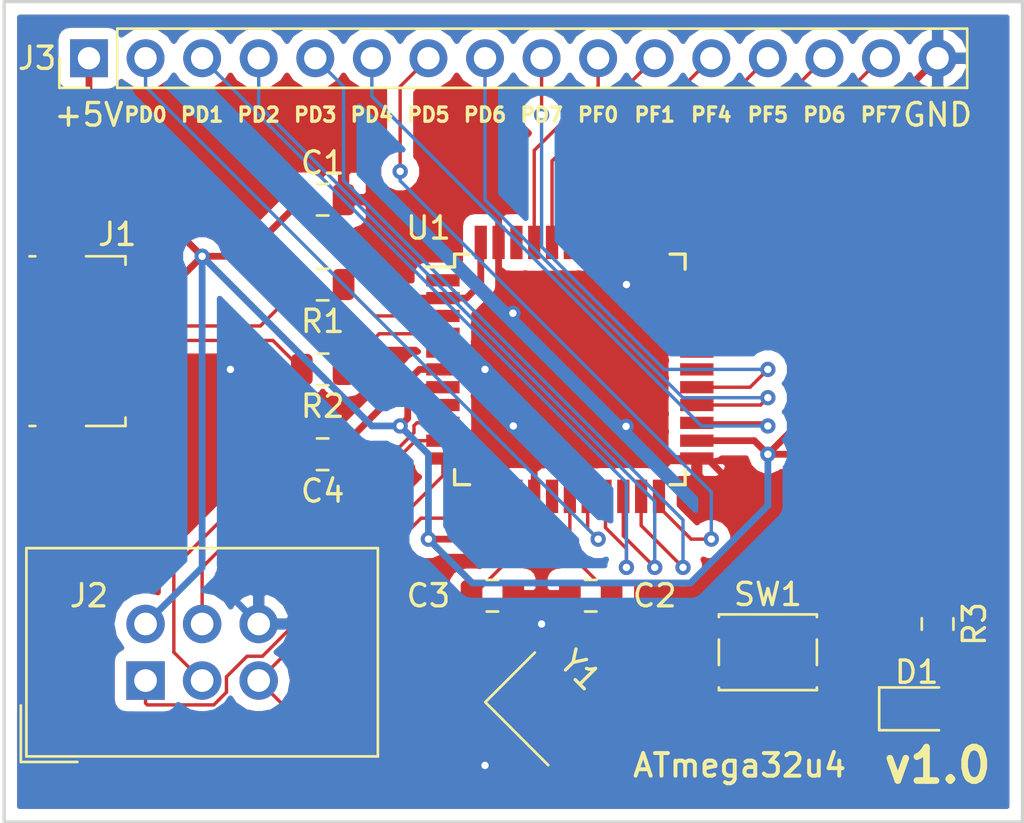
<source format=kicad_pcb>
(kicad_pcb (version 20171130) (host pcbnew "(5.0.0)")

  (general
    (thickness 1.6)
    (drawings 22)
    (tracks 231)
    (zones 0)
    (modules 14)
    (nets 41)
  )

  (page A4)
  (layers
    (0 F.Cu signal)
    (31 B.Cu signal)
    (32 B.Adhes user hide)
    (33 F.Adhes user hide)
    (34 B.Paste user hide)
    (35 F.Paste user hide)
    (36 B.SilkS user)
    (37 F.SilkS user)
    (38 B.Mask user)
    (39 F.Mask user hide)
    (40 Dwgs.User user hide)
    (41 Cmts.User user hide)
    (42 Eco1.User user hide)
    (43 Eco2.User user hide)
    (44 Edge.Cuts user)
    (45 Margin user hide)
    (46 B.CrtYd user hide)
    (47 F.CrtYd user hide)
    (48 B.Fab user hide)
    (49 F.Fab user hide)
  )

  (setup
    (last_trace_width 0.1524)
    (trace_clearance 0.1524)
    (zone_clearance 0.508)
    (zone_45_only no)
    (trace_min 0.1524)
    (segment_width 0.2)
    (edge_width 0.15)
    (via_size 0.6858)
    (via_drill 0.3302)
    (via_min_size 0.508)
    (via_min_drill 0.254)
    (uvia_size 0.6858)
    (uvia_drill 0.3302)
    (uvias_allowed no)
    (uvia_min_size 0.2)
    (uvia_min_drill 0.1)
    (pcb_text_width 0.3)
    (pcb_text_size 1.5 1.5)
    (mod_edge_width 0.15)
    (mod_text_size 1 1)
    (mod_text_width 0.15)
    (pad_size 1.524 1.524)
    (pad_drill 0.762)
    (pad_to_mask_clearance 0.0508)
    (aux_axis_origin 0 0)
    (visible_elements 7FFFFFFF)
    (pcbplotparams
      (layerselection 0x010f0_ffffffff)
      (usegerberextensions true)
      (usegerberattributes false)
      (usegerberadvancedattributes false)
      (creategerberjobfile false)
      (excludeedgelayer true)
      (linewidth 0.100000)
      (plotframeref false)
      (viasonmask false)
      (mode 1)
      (useauxorigin false)
      (hpglpennumber 1)
      (hpglpenspeed 20)
      (hpglpendiameter 15.000000)
      (psnegative false)
      (psa4output false)
      (plotreference true)
      (plotvalue true)
      (plotinvisibletext false)
      (padsonsilk false)
      (subtractmaskfromsilk false)
      (outputformat 1)
      (mirror false)
      (drillshape 0)
      (scaleselection 1)
      (outputdirectory "gerbers"))
  )

  (net 0 "")
  (net 1 +5V)
  (net 2 GND)
  (net 3 "Net-(C2-Pad2)")
  (net 4 "Net-(C3-Pad2)")
  (net 5 "Net-(C4-Pad1)")
  (net 6 "Net-(J1-Pad6)")
  (net 7 "Net-(J1-Pad2)")
  (net 8 "Net-(J1-Pad3)")
  (net 9 "Net-(J1-Pad4)")
  (net 10 /miso)
  (net 11 /sck)
  (net 12 /mosi)
  (net 13 /reset)
  (net 14 "Net-(J3-Pad2)")
  (net 15 "Net-(J3-Pad3)")
  (net 16 "Net-(J3-Pad4)")
  (net 17 "Net-(J3-Pad5)")
  (net 18 "Net-(J3-Pad6)")
  (net 19 "Net-(J3-Pad7)")
  (net 20 "Net-(J3-Pad8)")
  (net 21 "Net-(J3-Pad9)")
  (net 22 "Net-(J3-Pad10)")
  (net 23 "Net-(J3-Pad11)")
  (net 24 "Net-(J3-Pad12)")
  (net 25 "Net-(J3-Pad13)")
  (net 26 "Net-(J3-Pad14)")
  (net 27 "Net-(J3-Pad15)")
  (net 28 "Net-(R1-Pad1)")
  (net 29 "Net-(R2-Pad1)")
  (net 30 "Net-(U1-Pad1)")
  (net 31 "Net-(U1-Pad8)")
  (net 32 "Net-(U1-Pad12)")
  (net 33 "Net-(U1-Pad28)")
  (net 34 "Net-(U1-Pad29)")
  (net 35 "Net-(U1-Pad30)")
  (net 36 "Net-(U1-Pad31)")
  (net 37 "Net-(U1-Pad32)")
  (net 38 "Net-(U1-Pad33)")
  (net 39 "Net-(U1-Pad42)")
  (net 40 "Net-(D1-Pad2)")

  (net_class Default "This is the default net class."
    (clearance 0.1524)
    (trace_width 0.1524)
    (via_dia 0.6858)
    (via_drill 0.3302)
    (uvia_dia 0.6858)
    (uvia_drill 0.3302)
    (add_net /miso)
    (add_net /mosi)
    (add_net /reset)
    (add_net /sck)
    (add_net "Net-(C2-Pad2)")
    (add_net "Net-(C3-Pad2)")
    (add_net "Net-(D1-Pad2)")
    (add_net "Net-(J1-Pad2)")
    (add_net "Net-(J1-Pad3)")
    (add_net "Net-(J1-Pad4)")
    (add_net "Net-(J1-Pad6)")
    (add_net "Net-(J3-Pad10)")
    (add_net "Net-(J3-Pad11)")
    (add_net "Net-(J3-Pad12)")
    (add_net "Net-(J3-Pad13)")
    (add_net "Net-(J3-Pad14)")
    (add_net "Net-(J3-Pad15)")
    (add_net "Net-(J3-Pad2)")
    (add_net "Net-(J3-Pad3)")
    (add_net "Net-(J3-Pad4)")
    (add_net "Net-(J3-Pad5)")
    (add_net "Net-(J3-Pad6)")
    (add_net "Net-(J3-Pad7)")
    (add_net "Net-(J3-Pad8)")
    (add_net "Net-(J3-Pad9)")
    (add_net "Net-(R1-Pad1)")
    (add_net "Net-(R2-Pad1)")
    (add_net "Net-(U1-Pad1)")
    (add_net "Net-(U1-Pad12)")
    (add_net "Net-(U1-Pad28)")
    (add_net "Net-(U1-Pad29)")
    (add_net "Net-(U1-Pad30)")
    (add_net "Net-(U1-Pad31)")
    (add_net "Net-(U1-Pad32)")
    (add_net "Net-(U1-Pad33)")
    (add_net "Net-(U1-Pad42)")
    (add_net "Net-(U1-Pad8)")
  )

  (net_class power ""
    (clearance 0.2032)
    (trace_width 0.3048)
    (via_dia 0.6858)
    (via_drill 0.3302)
    (uvia_dia 0.6858)
    (uvia_drill 0.3302)
    (add_net +5V)
    (add_net GND)
    (add_net "Net-(C4-Pad1)")
  )

  (module Connector_IDC:IDC-Header_2x03_P2.54mm_Vertical (layer F.Cu) (tedit 59DE0819) (tstamp 5BBEB1E3)
    (at 104.14 93.98 90)
    (descr "Through hole straight IDC box header, 2x03, 2.54mm pitch, double rows")
    (tags "Through hole IDC box header THT 2x03 2.54mm double row")
    (path /5BBC5A20)
    (fp_text reference J2 (at 3.81 -2.54 180) (layer F.SilkS)
      (effects (font (size 1 1) (thickness 0.15)))
    )
    (fp_text value AVR-ISP-6 (at 1.27 11.684 90) (layer F.Fab)
      (effects (font (size 1 1) (thickness 0.15)))
    )
    (fp_text user %R (at 1.27 2.54 90) (layer F.Fab)
      (effects (font (size 1 1) (thickness 0.15)))
    )
    (fp_line (start 5.695 -5.1) (end 5.695 10.18) (layer F.Fab) (width 0.1))
    (fp_line (start 5.145 -4.56) (end 5.145 9.62) (layer F.Fab) (width 0.1))
    (fp_line (start -3.155 -5.1) (end -3.155 10.18) (layer F.Fab) (width 0.1))
    (fp_line (start -2.605 -4.56) (end -2.605 0.29) (layer F.Fab) (width 0.1))
    (fp_line (start -2.605 4.79) (end -2.605 9.62) (layer F.Fab) (width 0.1))
    (fp_line (start -2.605 0.29) (end -3.155 0.29) (layer F.Fab) (width 0.1))
    (fp_line (start -2.605 4.79) (end -3.155 4.79) (layer F.Fab) (width 0.1))
    (fp_line (start 5.695 -5.1) (end -3.155 -5.1) (layer F.Fab) (width 0.1))
    (fp_line (start 5.145 -4.56) (end -2.605 -4.56) (layer F.Fab) (width 0.1))
    (fp_line (start 5.695 10.18) (end -3.155 10.18) (layer F.Fab) (width 0.1))
    (fp_line (start 5.145 9.62) (end -2.605 9.62) (layer F.Fab) (width 0.1))
    (fp_line (start 5.695 -5.1) (end 5.145 -4.56) (layer F.Fab) (width 0.1))
    (fp_line (start 5.695 10.18) (end 5.145 9.62) (layer F.Fab) (width 0.1))
    (fp_line (start -3.155 -5.1) (end -2.605 -4.56) (layer F.Fab) (width 0.1))
    (fp_line (start -3.155 10.18) (end -2.605 9.62) (layer F.Fab) (width 0.1))
    (fp_line (start 5.95 -5.35) (end 5.95 10.43) (layer F.CrtYd) (width 0.05))
    (fp_line (start 5.95 10.43) (end -3.41 10.43) (layer F.CrtYd) (width 0.05))
    (fp_line (start -3.41 10.43) (end -3.41 -5.35) (layer F.CrtYd) (width 0.05))
    (fp_line (start -3.41 -5.35) (end 5.95 -5.35) (layer F.CrtYd) (width 0.05))
    (fp_line (start 5.945 -5.35) (end 5.945 10.43) (layer F.SilkS) (width 0.12))
    (fp_line (start 5.945 10.43) (end -3.405 10.43) (layer F.SilkS) (width 0.12))
    (fp_line (start -3.405 10.43) (end -3.405 -5.35) (layer F.SilkS) (width 0.12))
    (fp_line (start -3.405 -5.35) (end 5.945 -5.35) (layer F.SilkS) (width 0.12))
    (fp_line (start -3.655 -5.6) (end -3.655 -3.06) (layer F.SilkS) (width 0.12))
    (fp_line (start -3.655 -5.6) (end -1.115 -5.6) (layer F.SilkS) (width 0.12))
    (pad 1 thru_hole rect (at 0 0 90) (size 1.7272 1.7272) (drill 1.016) (layers *.Cu *.Mask)
      (net 10 /miso))
    (pad 2 thru_hole oval (at 2.54 0 90) (size 1.7272 1.7272) (drill 1.016) (layers *.Cu *.Mask)
      (net 1 +5V))
    (pad 3 thru_hole oval (at 0 2.54 90) (size 1.7272 1.7272) (drill 1.016) (layers *.Cu *.Mask)
      (net 11 /sck))
    (pad 4 thru_hole oval (at 2.54 2.54 90) (size 1.7272 1.7272) (drill 1.016) (layers *.Cu *.Mask)
      (net 12 /mosi))
    (pad 5 thru_hole oval (at 0 5.08 90) (size 1.7272 1.7272) (drill 1.016) (layers *.Cu *.Mask)
      (net 13 /reset))
    (pad 6 thru_hole oval (at 2.54 5.08 90) (size 1.7272 1.7272) (drill 1.016) (layers *.Cu *.Mask)
      (net 2 GND))
    (model ${KISYS3DMOD}/Connector_IDC.3dshapes/IDC-Header_2x03_P2.54mm_Vertical.wrl
      (at (xyz 0 0 0))
      (scale (xyz 1 1 1))
      (rotate (xyz 0 0 0))
    )
  )

  (module Package_QFP:TQFP-44_10x10mm_P0.8mm (layer F.Cu) (tedit 5A02F146) (tstamp 5BBEB289)
    (at 123.19 80.01)
    (descr "44-Lead Plastic Thin Quad Flatpack (PT) - 10x10x1.0 mm Body [TQFP] (see Microchip Packaging Specification 00000049BS.pdf)")
    (tags "QFP 0.8")
    (path /5BB9AFF1)
    (attr smd)
    (fp_text reference U1 (at -6.35 -6.35) (layer F.SilkS)
      (effects (font (size 1 1) (thickness 0.15)))
    )
    (fp_text value ATmega32U4-AU (at 0 7.45) (layer F.Fab)
      (effects (font (size 1 1) (thickness 0.15)))
    )
    (fp_text user %R (at 0 0) (layer F.Fab)
      (effects (font (size 1 1) (thickness 0.15)))
    )
    (fp_line (start -4 -5) (end 5 -5) (layer F.Fab) (width 0.15))
    (fp_line (start 5 -5) (end 5 5) (layer F.Fab) (width 0.15))
    (fp_line (start 5 5) (end -5 5) (layer F.Fab) (width 0.15))
    (fp_line (start -5 5) (end -5 -4) (layer F.Fab) (width 0.15))
    (fp_line (start -5 -4) (end -4 -5) (layer F.Fab) (width 0.15))
    (fp_line (start -6.7 -6.7) (end -6.7 6.7) (layer F.CrtYd) (width 0.05))
    (fp_line (start 6.7 -6.7) (end 6.7 6.7) (layer F.CrtYd) (width 0.05))
    (fp_line (start -6.7 -6.7) (end 6.7 -6.7) (layer F.CrtYd) (width 0.05))
    (fp_line (start -6.7 6.7) (end 6.7 6.7) (layer F.CrtYd) (width 0.05))
    (fp_line (start -5.175 -5.175) (end -5.175 -4.6) (layer F.SilkS) (width 0.15))
    (fp_line (start 5.175 -5.175) (end 5.175 -4.5) (layer F.SilkS) (width 0.15))
    (fp_line (start 5.175 5.175) (end 5.175 4.5) (layer F.SilkS) (width 0.15))
    (fp_line (start -5.175 5.175) (end -5.175 4.5) (layer F.SilkS) (width 0.15))
    (fp_line (start -5.175 -5.175) (end -4.5 -5.175) (layer F.SilkS) (width 0.15))
    (fp_line (start -5.175 5.175) (end -4.5 5.175) (layer F.SilkS) (width 0.15))
    (fp_line (start 5.175 5.175) (end 4.5 5.175) (layer F.SilkS) (width 0.15))
    (fp_line (start 5.175 -5.175) (end 4.5 -5.175) (layer F.SilkS) (width 0.15))
    (fp_line (start -5.175 -4.6) (end -6.45 -4.6) (layer F.SilkS) (width 0.15))
    (pad 1 smd rect (at -5.7 -4) (size 1.5 0.55) (layers F.Cu F.Paste F.Mask)
      (net 30 "Net-(U1-Pad1)"))
    (pad 2 smd rect (at -5.7 -3.2) (size 1.5 0.55) (layers F.Cu F.Paste F.Mask)
      (net 1 +5V))
    (pad 3 smd rect (at -5.7 -2.4) (size 1.5 0.55) (layers F.Cu F.Paste F.Mask)
      (net 28 "Net-(R1-Pad1)"))
    (pad 4 smd rect (at -5.7 -1.6) (size 1.5 0.55) (layers F.Cu F.Paste F.Mask)
      (net 29 "Net-(R2-Pad1)"))
    (pad 5 smd rect (at -5.7 -0.8) (size 1.5 0.55) (layers F.Cu F.Paste F.Mask)
      (net 2 GND))
    (pad 6 smd rect (at -5.7 0) (size 1.5 0.55) (layers F.Cu F.Paste F.Mask)
      (net 5 "Net-(C4-Pad1)"))
    (pad 7 smd rect (at -5.7 0.8) (size 1.5 0.55) (layers F.Cu F.Paste F.Mask)
      (net 1 +5V))
    (pad 8 smd rect (at -5.7 1.6) (size 1.5 0.55) (layers F.Cu F.Paste F.Mask)
      (net 31 "Net-(U1-Pad8)"))
    (pad 9 smd rect (at -5.7 2.4) (size 1.5 0.55) (layers F.Cu F.Paste F.Mask)
      (net 11 /sck))
    (pad 10 smd rect (at -5.7 3.2) (size 1.5 0.55) (layers F.Cu F.Paste F.Mask)
      (net 12 /mosi))
    (pad 11 smd rect (at -5.7 4) (size 1.5 0.55) (layers F.Cu F.Paste F.Mask)
      (net 10 /miso))
    (pad 12 smd rect (at -4 5.7 90) (size 1.5 0.55) (layers F.Cu F.Paste F.Mask)
      (net 32 "Net-(U1-Pad12)"))
    (pad 13 smd rect (at -3.2 5.7 90) (size 1.5 0.55) (layers F.Cu F.Paste F.Mask)
      (net 13 /reset))
    (pad 14 smd rect (at -2.4 5.7 90) (size 1.5 0.55) (layers F.Cu F.Paste F.Mask)
      (net 1 +5V))
    (pad 15 smd rect (at -1.6 5.7 90) (size 1.5 0.55) (layers F.Cu F.Paste F.Mask)
      (net 2 GND))
    (pad 16 smd rect (at -0.8 5.7 90) (size 1.5 0.55) (layers F.Cu F.Paste F.Mask)
      (net 4 "Net-(C3-Pad2)"))
    (pad 17 smd rect (at 0 5.7 90) (size 1.5 0.55) (layers F.Cu F.Paste F.Mask)
      (net 3 "Net-(C2-Pad2)"))
    (pad 18 smd rect (at 0.8 5.7 90) (size 1.5 0.55) (layers F.Cu F.Paste F.Mask)
      (net 14 "Net-(J3-Pad2)"))
    (pad 19 smd rect (at 1.6 5.7 90) (size 1.5 0.55) (layers F.Cu F.Paste F.Mask)
      (net 15 "Net-(J3-Pad3)"))
    (pad 20 smd rect (at 2.4 5.7 90) (size 1.5 0.55) (layers F.Cu F.Paste F.Mask)
      (net 16 "Net-(J3-Pad4)"))
    (pad 21 smd rect (at 3.2 5.7 90) (size 1.5 0.55) (layers F.Cu F.Paste F.Mask)
      (net 17 "Net-(J3-Pad5)"))
    (pad 22 smd rect (at 4 5.7 90) (size 1.5 0.55) (layers F.Cu F.Paste F.Mask)
      (net 19 "Net-(J3-Pad7)"))
    (pad 23 smd rect (at 5.7 4) (size 1.5 0.55) (layers F.Cu F.Paste F.Mask)
      (net 2 GND))
    (pad 24 smd rect (at 5.7 3.2) (size 1.5 0.55) (layers F.Cu F.Paste F.Mask)
      (net 1 +5V))
    (pad 25 smd rect (at 5.7 2.4) (size 1.5 0.55) (layers F.Cu F.Paste F.Mask)
      (net 18 "Net-(J3-Pad6)"))
    (pad 26 smd rect (at 5.7 1.6) (size 1.5 0.55) (layers F.Cu F.Paste F.Mask)
      (net 20 "Net-(J3-Pad8)"))
    (pad 27 smd rect (at 5.7 0.8) (size 1.5 0.55) (layers F.Cu F.Paste F.Mask)
      (net 21 "Net-(J3-Pad9)"))
    (pad 28 smd rect (at 5.7 0) (size 1.5 0.55) (layers F.Cu F.Paste F.Mask)
      (net 33 "Net-(U1-Pad28)"))
    (pad 29 smd rect (at 5.7 -0.8) (size 1.5 0.55) (layers F.Cu F.Paste F.Mask)
      (net 34 "Net-(U1-Pad29)"))
    (pad 30 smd rect (at 5.7 -1.6) (size 1.5 0.55) (layers F.Cu F.Paste F.Mask)
      (net 35 "Net-(U1-Pad30)"))
    (pad 31 smd rect (at 5.7 -2.4) (size 1.5 0.55) (layers F.Cu F.Paste F.Mask)
      (net 36 "Net-(U1-Pad31)"))
    (pad 32 smd rect (at 5.7 -3.2) (size 1.5 0.55) (layers F.Cu F.Paste F.Mask)
      (net 37 "Net-(U1-Pad32)"))
    (pad 33 smd rect (at 5.7 -4) (size 1.5 0.55) (layers F.Cu F.Paste F.Mask)
      (net 38 "Net-(U1-Pad33)"))
    (pad 34 smd rect (at 4 -5.7 90) (size 1.5 0.55) (layers F.Cu F.Paste F.Mask)
      (net 1 +5V))
    (pad 35 smd rect (at 3.2 -5.7 90) (size 1.5 0.55) (layers F.Cu F.Paste F.Mask)
      (net 2 GND))
    (pad 36 smd rect (at 2.4 -5.7 90) (size 1.5 0.55) (layers F.Cu F.Paste F.Mask)
      (net 27 "Net-(J3-Pad15)"))
    (pad 37 smd rect (at 1.6 -5.7 90) (size 1.5 0.55) (layers F.Cu F.Paste F.Mask)
      (net 26 "Net-(J3-Pad14)"))
    (pad 38 smd rect (at 0.8 -5.7 90) (size 1.5 0.55) (layers F.Cu F.Paste F.Mask)
      (net 25 "Net-(J3-Pad13)"))
    (pad 39 smd rect (at 0 -5.7 90) (size 1.5 0.55) (layers F.Cu F.Paste F.Mask)
      (net 24 "Net-(J3-Pad12)"))
    (pad 40 smd rect (at -0.8 -5.7 90) (size 1.5 0.55) (layers F.Cu F.Paste F.Mask)
      (net 23 "Net-(J3-Pad11)"))
    (pad 41 smd rect (at -1.6 -5.7 90) (size 1.5 0.55) (layers F.Cu F.Paste F.Mask)
      (net 22 "Net-(J3-Pad10)"))
    (pad 42 smd rect (at -2.4 -5.7 90) (size 1.5 0.55) (layers F.Cu F.Paste F.Mask)
      (net 39 "Net-(U1-Pad42)"))
    (pad 43 smd rect (at -3.2 -5.7 90) (size 1.5 0.55) (layers F.Cu F.Paste F.Mask)
      (net 2 GND))
    (pad 44 smd rect (at -4 -5.7 90) (size 1.5 0.55) (layers F.Cu F.Paste F.Mask)
      (net 1 +5V))
    (model ${KISYS3DMOD}/Package_QFP.3dshapes/TQFP-44_10x10mm_P0.8mm.wrl
      (at (xyz 0 0 0))
      (scale (xyz 1 1 1))
      (rotate (xyz 0 0 0))
    )
  )

  (module Capacitor_SMD:C_0805_2012Metric (layer F.Cu) (tedit 5B36C52B) (tstamp 5BBEB162)
    (at 112.0925 72.39)
    (descr "Capacitor SMD 0805 (2012 Metric), square (rectangular) end terminal, IPC_7351 nominal, (Body size source: https://docs.google.com/spreadsheets/d/1BsfQQcO9C6DZCsRaXUlFlo91Tg2WpOkGARC1WS5S8t0/edit?usp=sharing), generated with kicad-footprint-generator")
    (tags capacitor)
    (path /5BBC2E66)
    (attr smd)
    (fp_text reference C1 (at 0 -1.65) (layer F.SilkS)
      (effects (font (size 1 1) (thickness 0.15)))
    )
    (fp_text value 10uf (at 0 1.65) (layer F.Fab)
      (effects (font (size 1 1) (thickness 0.15)))
    )
    (fp_line (start -1 0.6) (end -1 -0.6) (layer F.Fab) (width 0.1))
    (fp_line (start -1 -0.6) (end 1 -0.6) (layer F.Fab) (width 0.1))
    (fp_line (start 1 -0.6) (end 1 0.6) (layer F.Fab) (width 0.1))
    (fp_line (start 1 0.6) (end -1 0.6) (layer F.Fab) (width 0.1))
    (fp_line (start -0.258578 -0.71) (end 0.258578 -0.71) (layer F.SilkS) (width 0.12))
    (fp_line (start -0.258578 0.71) (end 0.258578 0.71) (layer F.SilkS) (width 0.12))
    (fp_line (start -1.68 0.95) (end -1.68 -0.95) (layer F.CrtYd) (width 0.05))
    (fp_line (start -1.68 -0.95) (end 1.68 -0.95) (layer F.CrtYd) (width 0.05))
    (fp_line (start 1.68 -0.95) (end 1.68 0.95) (layer F.CrtYd) (width 0.05))
    (fp_line (start 1.68 0.95) (end -1.68 0.95) (layer F.CrtYd) (width 0.05))
    (fp_text user %R (at 0 0) (layer F.Fab)
      (effects (font (size 0.5 0.5) (thickness 0.08)))
    )
    (pad 1 smd roundrect (at -0.9375 0) (size 0.975 1.4) (layers F.Cu F.Paste F.Mask) (roundrect_rratio 0.25)
      (net 1 +5V))
    (pad 2 smd roundrect (at 0.9375 0) (size 0.975 1.4) (layers F.Cu F.Paste F.Mask) (roundrect_rratio 0.25)
      (net 2 GND))
    (model ${KISYS3DMOD}/Capacitor_SMD.3dshapes/C_0805_2012Metric.wrl
      (at (xyz 0 0 0))
      (scale (xyz 1 1 1))
      (rotate (xyz 0 0 0))
    )
  )

  (module Capacitor_SMD:C_0805_2012Metric (layer F.Cu) (tedit 5B36C52B) (tstamp 5BBEB173)
    (at 124.1275 90.17)
    (descr "Capacitor SMD 0805 (2012 Metric), square (rectangular) end terminal, IPC_7351 nominal, (Body size source: https://docs.google.com/spreadsheets/d/1BsfQQcO9C6DZCsRaXUlFlo91Tg2WpOkGARC1WS5S8t0/edit?usp=sharing), generated with kicad-footprint-generator")
    (tags capacitor)
    (path /5BBB8314)
    (attr smd)
    (fp_text reference C2 (at 2.8725 0) (layer F.SilkS)
      (effects (font (size 1 1) (thickness 0.15)))
    )
    (fp_text value 22pF (at 0 1.65) (layer F.Fab)
      (effects (font (size 1 1) (thickness 0.15)))
    )
    (fp_text user %R (at 0 0) (layer F.Fab)
      (effects (font (size 0.5 0.5) (thickness 0.08)))
    )
    (fp_line (start 1.68 0.95) (end -1.68 0.95) (layer F.CrtYd) (width 0.05))
    (fp_line (start 1.68 -0.95) (end 1.68 0.95) (layer F.CrtYd) (width 0.05))
    (fp_line (start -1.68 -0.95) (end 1.68 -0.95) (layer F.CrtYd) (width 0.05))
    (fp_line (start -1.68 0.95) (end -1.68 -0.95) (layer F.CrtYd) (width 0.05))
    (fp_line (start -0.258578 0.71) (end 0.258578 0.71) (layer F.SilkS) (width 0.12))
    (fp_line (start -0.258578 -0.71) (end 0.258578 -0.71) (layer F.SilkS) (width 0.12))
    (fp_line (start 1 0.6) (end -1 0.6) (layer F.Fab) (width 0.1))
    (fp_line (start 1 -0.6) (end 1 0.6) (layer F.Fab) (width 0.1))
    (fp_line (start -1 -0.6) (end 1 -0.6) (layer F.Fab) (width 0.1))
    (fp_line (start -1 0.6) (end -1 -0.6) (layer F.Fab) (width 0.1))
    (pad 2 smd roundrect (at 0.9375 0) (size 0.975 1.4) (layers F.Cu F.Paste F.Mask) (roundrect_rratio 0.25)
      (net 3 "Net-(C2-Pad2)"))
    (pad 1 smd roundrect (at -0.9375 0) (size 0.975 1.4) (layers F.Cu F.Paste F.Mask) (roundrect_rratio 0.25)
      (net 2 GND))
    (model ${KISYS3DMOD}/Capacitor_SMD.3dshapes/C_0805_2012Metric.wrl
      (at (xyz 0 0 0))
      (scale (xyz 1 1 1))
      (rotate (xyz 0 0 0))
    )
  )

  (module Capacitor_SMD:C_0805_2012Metric (layer F.Cu) (tedit 5B36C52B) (tstamp 5BBEB184)
    (at 119.7125 90.17 180)
    (descr "Capacitor SMD 0805 (2012 Metric), square (rectangular) end terminal, IPC_7351 nominal, (Body size source: https://docs.google.com/spreadsheets/d/1BsfQQcO9C6DZCsRaXUlFlo91Tg2WpOkGARC1WS5S8t0/edit?usp=sharing), generated with kicad-footprint-generator")
    (tags capacitor)
    (path /5BB9C25A)
    (attr smd)
    (fp_text reference C3 (at 2.8725 0 180) (layer F.SilkS)
      (effects (font (size 1 1) (thickness 0.15)))
    )
    (fp_text value 22pF (at 0 1.65 180) (layer F.Fab)
      (effects (font (size 1 1) (thickness 0.15)))
    )
    (fp_line (start -1 0.6) (end -1 -0.6) (layer F.Fab) (width 0.1))
    (fp_line (start -1 -0.6) (end 1 -0.6) (layer F.Fab) (width 0.1))
    (fp_line (start 1 -0.6) (end 1 0.6) (layer F.Fab) (width 0.1))
    (fp_line (start 1 0.6) (end -1 0.6) (layer F.Fab) (width 0.1))
    (fp_line (start -0.258578 -0.71) (end 0.258578 -0.71) (layer F.SilkS) (width 0.12))
    (fp_line (start -0.258578 0.71) (end 0.258578 0.71) (layer F.SilkS) (width 0.12))
    (fp_line (start -1.68 0.95) (end -1.68 -0.95) (layer F.CrtYd) (width 0.05))
    (fp_line (start -1.68 -0.95) (end 1.68 -0.95) (layer F.CrtYd) (width 0.05))
    (fp_line (start 1.68 -0.95) (end 1.68 0.95) (layer F.CrtYd) (width 0.05))
    (fp_line (start 1.68 0.95) (end -1.68 0.95) (layer F.CrtYd) (width 0.05))
    (fp_text user %R (at 0 0 180) (layer F.Fab)
      (effects (font (size 0.5 0.5) (thickness 0.08)))
    )
    (pad 1 smd roundrect (at -0.9375 0 180) (size 0.975 1.4) (layers F.Cu F.Paste F.Mask) (roundrect_rratio 0.25)
      (net 2 GND))
    (pad 2 smd roundrect (at 0.9375 0 180) (size 0.975 1.4) (layers F.Cu F.Paste F.Mask) (roundrect_rratio 0.25)
      (net 4 "Net-(C3-Pad2)"))
    (model ${KISYS3DMOD}/Capacitor_SMD.3dshapes/C_0805_2012Metric.wrl
      (at (xyz 0 0 0))
      (scale (xyz 1 1 1))
      (rotate (xyz 0 0 0))
    )
  )

  (module Capacitor_SMD:C_0805_2012Metric (layer F.Cu) (tedit 5B36C52B) (tstamp 5BBEB195)
    (at 112.0925 83.82 180)
    (descr "Capacitor SMD 0805 (2012 Metric), square (rectangular) end terminal, IPC_7351 nominal, (Body size source: https://docs.google.com/spreadsheets/d/1BsfQQcO9C6DZCsRaXUlFlo91Tg2WpOkGARC1WS5S8t0/edit?usp=sharing), generated with kicad-footprint-generator")
    (tags capacitor)
    (path /5BBC4357)
    (attr smd)
    (fp_text reference C4 (at 0 -1.65 180) (layer F.SilkS)
      (effects (font (size 1 1) (thickness 0.15)))
    )
    (fp_text value 1uf (at 0 1.65 180) (layer F.Fab)
      (effects (font (size 1 1) (thickness 0.15)))
    )
    (fp_text user %R (at 0 0 180) (layer F.Fab)
      (effects (font (size 0.5 0.5) (thickness 0.08)))
    )
    (fp_line (start 1.68 0.95) (end -1.68 0.95) (layer F.CrtYd) (width 0.05))
    (fp_line (start 1.68 -0.95) (end 1.68 0.95) (layer F.CrtYd) (width 0.05))
    (fp_line (start -1.68 -0.95) (end 1.68 -0.95) (layer F.CrtYd) (width 0.05))
    (fp_line (start -1.68 0.95) (end -1.68 -0.95) (layer F.CrtYd) (width 0.05))
    (fp_line (start -0.258578 0.71) (end 0.258578 0.71) (layer F.SilkS) (width 0.12))
    (fp_line (start -0.258578 -0.71) (end 0.258578 -0.71) (layer F.SilkS) (width 0.12))
    (fp_line (start 1 0.6) (end -1 0.6) (layer F.Fab) (width 0.1))
    (fp_line (start 1 -0.6) (end 1 0.6) (layer F.Fab) (width 0.1))
    (fp_line (start -1 -0.6) (end 1 -0.6) (layer F.Fab) (width 0.1))
    (fp_line (start -1 0.6) (end -1 -0.6) (layer F.Fab) (width 0.1))
    (pad 2 smd roundrect (at 0.9375 0 180) (size 0.975 1.4) (layers F.Cu F.Paste F.Mask) (roundrect_rratio 0.25)
      (net 2 GND))
    (pad 1 smd roundrect (at -0.9375 0 180) (size 0.975 1.4) (layers F.Cu F.Paste F.Mask) (roundrect_rratio 0.25)
      (net 5 "Net-(C4-Pad1)"))
    (model ${KISYS3DMOD}/Capacitor_SMD.3dshapes/C_0805_2012Metric.wrl
      (at (xyz 0 0 0))
      (scale (xyz 1 1 1))
      (rotate (xyz 0 0 0))
    )
  )

  (module Connector_PinHeader_2.54mm:PinHeader_1x16_P2.54mm_Vertical (layer F.Cu) (tedit 59FED5CC) (tstamp 5BBEB207)
    (at 101.6 66.04 90)
    (descr "Through hole straight pin header, 1x16, 2.54mm pitch, single row")
    (tags "Through hole pin header THT 1x16 2.54mm single row")
    (path /5BBD474D)
    (fp_text reference J3 (at 0 -2.33 180) (layer F.SilkS)
      (effects (font (size 1 1) (thickness 0.15)))
    )
    (fp_text value Conn_01x16_Male (at 0 40.43 90) (layer F.Fab)
      (effects (font (size 1 1) (thickness 0.15)))
    )
    (fp_line (start -0.635 -1.27) (end 1.27 -1.27) (layer F.Fab) (width 0.1))
    (fp_line (start 1.27 -1.27) (end 1.27 39.37) (layer F.Fab) (width 0.1))
    (fp_line (start 1.27 39.37) (end -1.27 39.37) (layer F.Fab) (width 0.1))
    (fp_line (start -1.27 39.37) (end -1.27 -0.635) (layer F.Fab) (width 0.1))
    (fp_line (start -1.27 -0.635) (end -0.635 -1.27) (layer F.Fab) (width 0.1))
    (fp_line (start -1.33 39.43) (end 1.33 39.43) (layer F.SilkS) (width 0.12))
    (fp_line (start -1.33 1.27) (end -1.33 39.43) (layer F.SilkS) (width 0.12))
    (fp_line (start 1.33 1.27) (end 1.33 39.43) (layer F.SilkS) (width 0.12))
    (fp_line (start -1.33 1.27) (end 1.33 1.27) (layer F.SilkS) (width 0.12))
    (fp_line (start -1.33 0) (end -1.33 -1.33) (layer F.SilkS) (width 0.12))
    (fp_line (start -1.33 -1.33) (end 0 -1.33) (layer F.SilkS) (width 0.12))
    (fp_line (start -1.8 -1.8) (end -1.8 39.9) (layer F.CrtYd) (width 0.05))
    (fp_line (start -1.8 39.9) (end 1.8 39.9) (layer F.CrtYd) (width 0.05))
    (fp_line (start 1.8 39.9) (end 1.8 -1.8) (layer F.CrtYd) (width 0.05))
    (fp_line (start 1.8 -1.8) (end -1.8 -1.8) (layer F.CrtYd) (width 0.05))
    (fp_text user %R (at 0 19.05 180) (layer F.Fab)
      (effects (font (size 1 1) (thickness 0.15)))
    )
    (pad 1 thru_hole rect (at 0 0 90) (size 1.7 1.7) (drill 1) (layers *.Cu *.Mask)
      (net 1 +5V))
    (pad 2 thru_hole oval (at 0 2.54 90) (size 1.7 1.7) (drill 1) (layers *.Cu *.Mask)
      (net 14 "Net-(J3-Pad2)"))
    (pad 3 thru_hole oval (at 0 5.08 90) (size 1.7 1.7) (drill 1) (layers *.Cu *.Mask)
      (net 15 "Net-(J3-Pad3)"))
    (pad 4 thru_hole oval (at 0 7.62 90) (size 1.7 1.7) (drill 1) (layers *.Cu *.Mask)
      (net 16 "Net-(J3-Pad4)"))
    (pad 5 thru_hole oval (at 0 10.16 90) (size 1.7 1.7) (drill 1) (layers *.Cu *.Mask)
      (net 17 "Net-(J3-Pad5)"))
    (pad 6 thru_hole oval (at 0 12.7 90) (size 1.7 1.7) (drill 1) (layers *.Cu *.Mask)
      (net 18 "Net-(J3-Pad6)"))
    (pad 7 thru_hole oval (at 0 15.24 90) (size 1.7 1.7) (drill 1) (layers *.Cu *.Mask)
      (net 19 "Net-(J3-Pad7)"))
    (pad 8 thru_hole oval (at 0 17.78 90) (size 1.7 1.7) (drill 1) (layers *.Cu *.Mask)
      (net 20 "Net-(J3-Pad8)"))
    (pad 9 thru_hole oval (at 0 20.32 90) (size 1.7 1.7) (drill 1) (layers *.Cu *.Mask)
      (net 21 "Net-(J3-Pad9)"))
    (pad 10 thru_hole oval (at 0 22.86 90) (size 1.7 1.7) (drill 1) (layers *.Cu *.Mask)
      (net 22 "Net-(J3-Pad10)"))
    (pad 11 thru_hole oval (at 0 25.4 90) (size 1.7 1.7) (drill 1) (layers *.Cu *.Mask)
      (net 23 "Net-(J3-Pad11)"))
    (pad 12 thru_hole oval (at 0 27.94 90) (size 1.7 1.7) (drill 1) (layers *.Cu *.Mask)
      (net 24 "Net-(J3-Pad12)"))
    (pad 13 thru_hole oval (at 0 30.48 90) (size 1.7 1.7) (drill 1) (layers *.Cu *.Mask)
      (net 25 "Net-(J3-Pad13)"))
    (pad 14 thru_hole oval (at 0 33.02 90) (size 1.7 1.7) (drill 1) (layers *.Cu *.Mask)
      (net 26 "Net-(J3-Pad14)"))
    (pad 15 thru_hole oval (at 0 35.56 90) (size 1.7 1.7) (drill 1) (layers *.Cu *.Mask)
      (net 27 "Net-(J3-Pad15)"))
    (pad 16 thru_hole oval (at 0 38.1 90) (size 1.7 1.7) (drill 1) (layers *.Cu *.Mask)
      (net 2 GND))
    (model ${KISYS3DMOD}/Connector_PinHeader_2.54mm.3dshapes/PinHeader_1x16_P2.54mm_Vertical.wrl
      (at (xyz 0 0 0))
      (scale (xyz 1 1 1))
      (rotate (xyz 0 0 0))
    )
  )

  (module Resistor_SMD:R_0805_2012Metric (layer F.Cu) (tedit 5B36C52B) (tstamp 5BBEB218)
    (at 112.0925 76.2 180)
    (descr "Resistor SMD 0805 (2012 Metric), square (rectangular) end terminal, IPC_7351 nominal, (Body size source: https://docs.google.com/spreadsheets/d/1BsfQQcO9C6DZCsRaXUlFlo91Tg2WpOkGARC1WS5S8t0/edit?usp=sharing), generated with kicad-footprint-generator")
    (tags resistor)
    (path /5BBD7213)
    (attr smd)
    (fp_text reference R1 (at 0 -1.65 180) (layer F.SilkS)
      (effects (font (size 1 1) (thickness 0.15)))
    )
    (fp_text value 22ohm (at 0 1.65 180) (layer F.Fab)
      (effects (font (size 1 1) (thickness 0.15)))
    )
    (fp_text user %R (at 0 0 180) (layer F.Fab)
      (effects (font (size 0.5 0.5) (thickness 0.08)))
    )
    (fp_line (start 1.68 0.95) (end -1.68 0.95) (layer F.CrtYd) (width 0.05))
    (fp_line (start 1.68 -0.95) (end 1.68 0.95) (layer F.CrtYd) (width 0.05))
    (fp_line (start -1.68 -0.95) (end 1.68 -0.95) (layer F.CrtYd) (width 0.05))
    (fp_line (start -1.68 0.95) (end -1.68 -0.95) (layer F.CrtYd) (width 0.05))
    (fp_line (start -0.258578 0.71) (end 0.258578 0.71) (layer F.SilkS) (width 0.12))
    (fp_line (start -0.258578 -0.71) (end 0.258578 -0.71) (layer F.SilkS) (width 0.12))
    (fp_line (start 1 0.6) (end -1 0.6) (layer F.Fab) (width 0.1))
    (fp_line (start 1 -0.6) (end 1 0.6) (layer F.Fab) (width 0.1))
    (fp_line (start -1 -0.6) (end 1 -0.6) (layer F.Fab) (width 0.1))
    (fp_line (start -1 0.6) (end -1 -0.6) (layer F.Fab) (width 0.1))
    (pad 2 smd roundrect (at 0.9375 0 180) (size 0.975 1.4) (layers F.Cu F.Paste F.Mask) (roundrect_rratio 0.25)
      (net 7 "Net-(J1-Pad2)"))
    (pad 1 smd roundrect (at -0.9375 0 180) (size 0.975 1.4) (layers F.Cu F.Paste F.Mask) (roundrect_rratio 0.25)
      (net 28 "Net-(R1-Pad1)"))
    (model ${KISYS3DMOD}/Resistor_SMD.3dshapes/R_0805_2012Metric.wrl
      (at (xyz 0 0 0))
      (scale (xyz 1 1 1))
      (rotate (xyz 0 0 0))
    )
  )

  (module Resistor_SMD:R_0805_2012Metric (layer F.Cu) (tedit 5B36C52B) (tstamp 5BBEB229)
    (at 112.0925 80.01 180)
    (descr "Resistor SMD 0805 (2012 Metric), square (rectangular) end terminal, IPC_7351 nominal, (Body size source: https://docs.google.com/spreadsheets/d/1BsfQQcO9C6DZCsRaXUlFlo91Tg2WpOkGARC1WS5S8t0/edit?usp=sharing), generated with kicad-footprint-generator")
    (tags resistor)
    (path /5BBD70FA)
    (attr smd)
    (fp_text reference R2 (at 0 -1.65 180) (layer F.SilkS)
      (effects (font (size 1 1) (thickness 0.15)))
    )
    (fp_text value 22ohm (at 0 1.65 180) (layer F.Fab)
      (effects (font (size 1 1) (thickness 0.15)))
    )
    (fp_line (start -1 0.6) (end -1 -0.6) (layer F.Fab) (width 0.1))
    (fp_line (start -1 -0.6) (end 1 -0.6) (layer F.Fab) (width 0.1))
    (fp_line (start 1 -0.6) (end 1 0.6) (layer F.Fab) (width 0.1))
    (fp_line (start 1 0.6) (end -1 0.6) (layer F.Fab) (width 0.1))
    (fp_line (start -0.258578 -0.71) (end 0.258578 -0.71) (layer F.SilkS) (width 0.12))
    (fp_line (start -0.258578 0.71) (end 0.258578 0.71) (layer F.SilkS) (width 0.12))
    (fp_line (start -1.68 0.95) (end -1.68 -0.95) (layer F.CrtYd) (width 0.05))
    (fp_line (start -1.68 -0.95) (end 1.68 -0.95) (layer F.CrtYd) (width 0.05))
    (fp_line (start 1.68 -0.95) (end 1.68 0.95) (layer F.CrtYd) (width 0.05))
    (fp_line (start 1.68 0.95) (end -1.68 0.95) (layer F.CrtYd) (width 0.05))
    (fp_text user %R (at 0 0 180) (layer F.Fab)
      (effects (font (size 0.5 0.5) (thickness 0.08)))
    )
    (pad 1 smd roundrect (at -0.9375 0 180) (size 0.975 1.4) (layers F.Cu F.Paste F.Mask) (roundrect_rratio 0.25)
      (net 29 "Net-(R2-Pad1)"))
    (pad 2 smd roundrect (at 0.9375 0 180) (size 0.975 1.4) (layers F.Cu F.Paste F.Mask) (roundrect_rratio 0.25)
      (net 8 "Net-(J1-Pad3)"))
    (model ${KISYS3DMOD}/Resistor_SMD.3dshapes/R_0805_2012Metric.wrl
      (at (xyz 0 0 0))
      (scale (xyz 1 1 1))
      (rotate (xyz 0 0 0))
    )
  )

  (module Button_Switch_SMD:SW_SPST_PTS810 (layer F.Cu) (tedit 5B0610A8) (tstamp 5BBEB246)
    (at 132.08 92.71)
    (descr "C&K Components, PTS 810 Series, Microminiature SMT Top Actuated, http://www.ckswitches.com/media/1476/pts810.pdf")
    (tags "SPST Button Switch")
    (path /5BBD196E)
    (attr smd)
    (fp_text reference SW1 (at 0 -2.6) (layer F.SilkS)
      (effects (font (size 1 1) (thickness 0.15)))
    )
    (fp_text value SW_Reset (at 0 2.6) (layer F.Fab)
      (effects (font (size 1 1) (thickness 0.15)))
    )
    (fp_line (start -2.85 -1.85) (end 2.85 -1.85) (layer F.CrtYd) (width 0.05))
    (fp_line (start -2.85 1.85) (end -2.85 -1.85) (layer F.CrtYd) (width 0.05))
    (fp_line (start 2.85 1.85) (end -2.85 1.85) (layer F.CrtYd) (width 0.05))
    (fp_line (start 2.85 -1.85) (end 2.85 1.85) (layer F.CrtYd) (width 0.05))
    (fp_text user %R (at 0 0) (layer F.Fab)
      (effects (font (size 0.6 0.6) (thickness 0.09)))
    )
    (fp_line (start 2.2 -1.58) (end 2.2 -1.7) (layer F.SilkS) (width 0.12))
    (fp_line (start 2.2 0.57) (end 2.2 -0.57) (layer F.SilkS) (width 0.12))
    (fp_line (start 2.2 1.7) (end 2.2 1.58) (layer F.SilkS) (width 0.12))
    (fp_line (start -2.2 1.7) (end 2.2 1.7) (layer F.SilkS) (width 0.12))
    (fp_line (start -2.2 1.58) (end -2.2 1.7) (layer F.SilkS) (width 0.12))
    (fp_line (start -2.2 -0.57) (end -2.2 0.57) (layer F.SilkS) (width 0.12))
    (fp_line (start -2.2 -1.7) (end -2.2 -1.58) (layer F.SilkS) (width 0.12))
    (fp_line (start 2.2 -1.7) (end -2.2 -1.7) (layer F.SilkS) (width 0.12))
    (fp_line (start 0.4 1.1) (end -0.4 1.1) (layer F.Fab) (width 0.1))
    (fp_line (start -0.4 -1.1) (end 0.4 -1.1) (layer F.Fab) (width 0.1))
    (fp_arc (start -0.4 0) (end -0.4 1.1) (angle 180) (layer F.Fab) (width 0.1))
    (fp_line (start -2.1 1.6) (end 2.1 1.6) (layer F.Fab) (width 0.1))
    (fp_line (start -2.1 -1.6) (end -2.1 1.6) (layer F.Fab) (width 0.1))
    (fp_line (start 2.1 -1.6) (end -2.1 -1.6) (layer F.Fab) (width 0.1))
    (fp_line (start 2.1 1.6) (end 2.1 -1.6) (layer F.Fab) (width 0.1))
    (fp_arc (start 0.4 0) (end 0.4 -1.1) (angle 180) (layer F.Fab) (width 0.1))
    (pad 1 smd rect (at -2.075 -1.075) (size 1.05 0.65) (layers F.Cu F.Paste F.Mask)
      (net 13 /reset))
    (pad 1 smd rect (at 2.075 -1.075) (size 1.05 0.65) (layers F.Cu F.Paste F.Mask)
      (net 13 /reset))
    (pad 2 smd rect (at -2.075 1.075) (size 1.05 0.65) (layers F.Cu F.Paste F.Mask)
      (net 2 GND))
    (pad 2 smd rect (at 2.075 1.075) (size 1.05 0.65) (layers F.Cu F.Paste F.Mask)
      (net 2 GND))
    (model ${KISYS3DMOD}/Button_Switch_SMD.3dshapes/SW_SPST_PTS810.wrl
      (at (xyz 0 0 0))
      (scale (xyz 1 1 1))
      (rotate (xyz 0 0 0))
    )
  )

  (module Crystal:Crystal_SMD_SeikoEpson_TSX3225-4Pin_3.2x2.5mm (layer F.Cu) (tedit 5A0FD1B2) (tstamp 5BBEB2A1)
    (at 121.92 95.25 315)
    (descr "crystal Epson Toyocom TSX-3225 series http://www.mouser.com/ds/2/137/1721499-465440.pdf, 3.2x2.5mm^2 package")
    (tags "SMD SMT crystal")
    (path /5BC2D704)
    (attr smd)
    (fp_text reference Y1 (at 0 -2.45 315) (layer F.SilkS)
      (effects (font (size 1 1) (thickness 0.15)))
    )
    (fp_text value 16mhz (at 0 2.45 315) (layer F.Fab)
      (effects (font (size 1 1) (thickness 0.15)))
    )
    (fp_text user %R (at 0 0 315) (layer F.Fab)
      (effects (font (size 0.7 0.7) (thickness 0.105)))
    )
    (fp_line (start -1.5 -1.25) (end 1.5 -1.25) (layer F.Fab) (width 0.1))
    (fp_line (start 1.5 -1.25) (end 1.6 -1.15) (layer F.Fab) (width 0.1))
    (fp_line (start 1.6 -1.15) (end 1.6 1.15) (layer F.Fab) (width 0.1))
    (fp_line (start 1.6 1.15) (end 1.5 1.25) (layer F.Fab) (width 0.1))
    (fp_line (start 1.5 1.25) (end -1.5 1.25) (layer F.Fab) (width 0.1))
    (fp_line (start -1.5 1.25) (end -1.6 1.15) (layer F.Fab) (width 0.1))
    (fp_line (start -1.6 1.15) (end -1.6 -1.15) (layer F.Fab) (width 0.1))
    (fp_line (start -1.6 -1.15) (end -1.5 -1.25) (layer F.Fab) (width 0.1))
    (fp_line (start -1.6 0.25) (end -0.6 1.25) (layer F.Fab) (width 0.1))
    (fp_line (start -2 -1.575) (end -2 1.575) (layer F.SilkS) (width 0.12))
    (fp_line (start -2 1.575) (end 2 1.575) (layer F.SilkS) (width 0.12))
    (fp_line (start -2.1 -1.7) (end -2.1 1.7) (layer F.CrtYd) (width 0.05))
    (fp_line (start -2.1 1.7) (end 2.1 1.7) (layer F.CrtYd) (width 0.05))
    (fp_line (start 2.1 1.7) (end 2.1 -1.7) (layer F.CrtYd) (width 0.05))
    (fp_line (start 2.1 -1.7) (end -2.1 -1.7) (layer F.CrtYd) (width 0.05))
    (pad 1 smd rect (at -1.1 0.8 315) (size 1.4 1.15) (layers F.Cu F.Paste F.Mask)
      (net 4 "Net-(C3-Pad2)"))
    (pad 2 smd rect (at 1.1 0.8 315) (size 1.4 1.15) (layers F.Cu F.Paste F.Mask)
      (net 2 GND))
    (pad 3 smd rect (at 1.1 -0.8 315) (size 1.4 1.15) (layers F.Cu F.Paste F.Mask)
      (net 3 "Net-(C2-Pad2)"))
    (pad 4 smd rect (at -1.1 -0.8 315) (size 1.4 1.15) (layers F.Cu F.Paste F.Mask)
      (net 2 GND))
    (model ${KISYS3DMOD}/Crystal.3dshapes/Crystal_SMD_SeikoEpson_TSX3225-4Pin_3.2x2.5mm.wrl
      (at (xyz 0 0 0))
      (scale (xyz 1 1 1))
      (rotate (xyz 0 0 0))
    )
  )

  (module Connector_USB:USB_Micro-B_Molex_47346-0001 (layer F.Cu) (tedit 5A1DC0BD) (tstamp 5BCC5C67)
    (at 101.53 78.74 270)
    (descr "Micro USB B receptable with flange, bottom-mount, SMD, right-angle (http://www.molex.com/pdm_docs/sd/473460001_sd.pdf)")
    (tags "Micro B USB SMD")
    (path /5BB9E83F)
    (attr smd)
    (fp_text reference J1 (at -4.795 -1.34 180) (layer F.SilkS)
      (effects (font (size 1 1) (thickness 0.15)))
    )
    (fp_text value USB_B_Micro (at 0 4.6 90) (layer F.Fab)
      (effects (font (size 1 1) (thickness 0.15)))
    )
    (fp_text user "PCB Edge" (at 0 2.67 90) (layer Dwgs.User)
      (effects (font (size 0.4 0.4) (thickness 0.04)))
    )
    (fp_text user %R (at 0 1.2 270) (layer F.Fab)
      (effects (font (size 1 1) (thickness 0.15)))
    )
    (fp_line (start 3.81 -1.71) (end 3.43 -1.71) (layer F.SilkS) (width 0.12))
    (fp_line (start 4.6 3.9) (end -4.6 3.9) (layer F.CrtYd) (width 0.05))
    (fp_line (start 4.6 -2.7) (end 4.6 3.9) (layer F.CrtYd) (width 0.05))
    (fp_line (start -4.6 -2.7) (end 4.6 -2.7) (layer F.CrtYd) (width 0.05))
    (fp_line (start -4.6 3.9) (end -4.6 -2.7) (layer F.CrtYd) (width 0.05))
    (fp_line (start 3.75 3.35) (end -3.75 3.35) (layer F.Fab) (width 0.1))
    (fp_line (start 3.75 -1.65) (end 3.75 3.35) (layer F.Fab) (width 0.1))
    (fp_line (start -3.75 -1.65) (end 3.75 -1.65) (layer F.Fab) (width 0.1))
    (fp_line (start -3.75 3.35) (end -3.75 -1.65) (layer F.Fab) (width 0.1))
    (fp_line (start 3.81 2.34) (end 3.81 2.6) (layer F.SilkS) (width 0.12))
    (fp_line (start 3.81 -1.71) (end 3.81 0.06) (layer F.SilkS) (width 0.12))
    (fp_line (start -3.81 -1.71) (end -3.43 -1.71) (layer F.SilkS) (width 0.12))
    (fp_line (start -3.81 0.06) (end -3.81 -1.71) (layer F.SilkS) (width 0.12))
    (fp_line (start -3.81 2.6) (end -3.81 2.34) (layer F.SilkS) (width 0.12))
    (fp_line (start -3.25 2.65) (end 3.25 2.65) (layer F.Fab) (width 0.1))
    (pad 1 smd rect (at -1.3 -1.46 270) (size 0.45 1.38) (layers F.Cu F.Paste F.Mask)
      (net 1 +5V))
    (pad 2 smd rect (at -0.65 -1.46 270) (size 0.45 1.38) (layers F.Cu F.Paste F.Mask)
      (net 7 "Net-(J1-Pad2)"))
    (pad 3 smd rect (at 0 -1.46 270) (size 0.45 1.38) (layers F.Cu F.Paste F.Mask)
      (net 8 "Net-(J1-Pad3)"))
    (pad 4 smd rect (at 0.65 -1.46 270) (size 0.45 1.38) (layers F.Cu F.Paste F.Mask)
      (net 9 "Net-(J1-Pad4)"))
    (pad 5 smd rect (at 1.3 -1.46 270) (size 0.45 1.38) (layers F.Cu F.Paste F.Mask)
      (net 2 GND))
    (pad 6 smd rect (at -2.4625 -1.1 270) (size 1.475 2.1) (layers F.Cu F.Paste F.Mask)
      (net 6 "Net-(J1-Pad6)"))
    (pad 6 smd rect (at 2.4625 -1.1 270) (size 1.475 2.1) (layers F.Cu F.Paste F.Mask)
      (net 6 "Net-(J1-Pad6)"))
    (pad 6 smd rect (at -2.91 1.2 270) (size 2.375 1.9) (layers F.Cu F.Paste F.Mask)
      (net 6 "Net-(J1-Pad6)"))
    (pad 6 smd rect (at 2.91 1.2 270) (size 2.375 1.9) (layers F.Cu F.Paste F.Mask)
      (net 6 "Net-(J1-Pad6)"))
    (pad 6 smd rect (at -0.84 1.2 270) (size 1.175 1.9) (layers F.Cu F.Paste F.Mask)
      (net 6 "Net-(J1-Pad6)"))
    (pad 6 smd rect (at 0.84 1.2 270) (size 1.175 1.9) (layers F.Cu F.Paste F.Mask)
      (net 6 "Net-(J1-Pad6)"))
    (model ${KISYS3DMOD}/Connector_USB.3dshapes/USB_Micro-B_Molex_47346-0001.wrl
      (at (xyz 0 0 0))
      (scale (xyz 1 1 1))
      (rotate (xyz 0 0 0))
    )
  )

  (module LED_SMD:LED_0805_2012Metric (layer F.Cu) (tedit 5B36C52C) (tstamp 5BCC5E91)
    (at 138.7625 95.25)
    (descr "LED SMD 0805 (2012 Metric), square (rectangular) end terminal, IPC_7351 nominal, (Body size source: https://docs.google.com/spreadsheets/d/1BsfQQcO9C6DZCsRaXUlFlo91Tg2WpOkGARC1WS5S8t0/edit?usp=sharing), generated with kicad-footprint-generator")
    (tags diode)
    (path /5BC0C507)
    (attr smd)
    (fp_text reference D1 (at 0 -1.65) (layer F.SilkS)
      (effects (font (size 1 1) (thickness 0.15)))
    )
    (fp_text value LED (at 0 1.65) (layer F.Fab)
      (effects (font (size 1 1) (thickness 0.15)))
    )
    (fp_line (start 1 -0.6) (end -0.7 -0.6) (layer F.Fab) (width 0.1))
    (fp_line (start -0.7 -0.6) (end -1 -0.3) (layer F.Fab) (width 0.1))
    (fp_line (start -1 -0.3) (end -1 0.6) (layer F.Fab) (width 0.1))
    (fp_line (start -1 0.6) (end 1 0.6) (layer F.Fab) (width 0.1))
    (fp_line (start 1 0.6) (end 1 -0.6) (layer F.Fab) (width 0.1))
    (fp_line (start 1 -0.96) (end -1.685 -0.96) (layer F.SilkS) (width 0.12))
    (fp_line (start -1.685 -0.96) (end -1.685 0.96) (layer F.SilkS) (width 0.12))
    (fp_line (start -1.685 0.96) (end 1 0.96) (layer F.SilkS) (width 0.12))
    (fp_line (start -1.68 0.95) (end -1.68 -0.95) (layer F.CrtYd) (width 0.05))
    (fp_line (start -1.68 -0.95) (end 1.68 -0.95) (layer F.CrtYd) (width 0.05))
    (fp_line (start 1.68 -0.95) (end 1.68 0.95) (layer F.CrtYd) (width 0.05))
    (fp_line (start 1.68 0.95) (end -1.68 0.95) (layer F.CrtYd) (width 0.05))
    (fp_text user %R (at 0 0) (layer F.Fab)
      (effects (font (size 0.5 0.5) (thickness 0.08)))
    )
    (pad 1 smd roundrect (at -0.9375 0) (size 0.975 1.4) (layers F.Cu F.Paste F.Mask) (roundrect_rratio 0.25)
      (net 2 GND))
    (pad 2 smd roundrect (at 0.9375 0) (size 0.975 1.4) (layers F.Cu F.Paste F.Mask) (roundrect_rratio 0.25)
      (net 40 "Net-(D1-Pad2)"))
    (model ${KISYS3DMOD}/LED_SMD.3dshapes/LED_0805_2012Metric.wrl
      (at (xyz 0 0 0))
      (scale (xyz 1 1 1))
      (rotate (xyz 0 0 0))
    )
  )

  (module Resistor_SMD:R_0805_2012Metric (layer F.Cu) (tedit 5B36C52B) (tstamp 5BCC5EA2)
    (at 139.7 91.44 270)
    (descr "Resistor SMD 0805 (2012 Metric), square (rectangular) end terminal, IPC_7351 nominal, (Body size source: https://docs.google.com/spreadsheets/d/1BsfQQcO9C6DZCsRaXUlFlo91Tg2WpOkGARC1WS5S8t0/edit?usp=sharing), generated with kicad-footprint-generator")
    (tags resistor)
    (path /5BC0C788)
    (attr smd)
    (fp_text reference R3 (at 0 -1.65 270) (layer F.SilkS)
      (effects (font (size 1 1) (thickness 0.15)))
    )
    (fp_text value 330ohm (at 0 1.65 270) (layer F.Fab)
      (effects (font (size 1 1) (thickness 0.15)))
    )
    (fp_line (start -1 0.6) (end -1 -0.6) (layer F.Fab) (width 0.1))
    (fp_line (start -1 -0.6) (end 1 -0.6) (layer F.Fab) (width 0.1))
    (fp_line (start 1 -0.6) (end 1 0.6) (layer F.Fab) (width 0.1))
    (fp_line (start 1 0.6) (end -1 0.6) (layer F.Fab) (width 0.1))
    (fp_line (start -0.258578 -0.71) (end 0.258578 -0.71) (layer F.SilkS) (width 0.12))
    (fp_line (start -0.258578 0.71) (end 0.258578 0.71) (layer F.SilkS) (width 0.12))
    (fp_line (start -1.68 0.95) (end -1.68 -0.95) (layer F.CrtYd) (width 0.05))
    (fp_line (start -1.68 -0.95) (end 1.68 -0.95) (layer F.CrtYd) (width 0.05))
    (fp_line (start 1.68 -0.95) (end 1.68 0.95) (layer F.CrtYd) (width 0.05))
    (fp_line (start 1.68 0.95) (end -1.68 0.95) (layer F.CrtYd) (width 0.05))
    (fp_text user %R (at 0 0 270) (layer F.Fab)
      (effects (font (size 0.5 0.5) (thickness 0.08)))
    )
    (pad 1 smd roundrect (at -0.9375 0 270) (size 0.975 1.4) (layers F.Cu F.Paste F.Mask) (roundrect_rratio 0.25)
      (net 1 +5V))
    (pad 2 smd roundrect (at 0.9375 0 270) (size 0.975 1.4) (layers F.Cu F.Paste F.Mask) (roundrect_rratio 0.25)
      (net 40 "Net-(D1-Pad2)"))
    (model ${KISYS3DMOD}/Resistor_SMD.3dshapes/R_0805_2012Metric.wrl
      (at (xyz 0 0 0))
      (scale (xyz 1 1 1))
      (rotate (xyz 0 0 0))
    )
  )

  (gr_text v1.0 (at 139.7 97.79) (layer F.SilkS)
    (effects (font (size 1.5 1.5) (thickness 0.3)))
  )
  (gr_text ATmega32u4 (at 130.81 97.79) (layer F.SilkS)
    (effects (font (size 1.016 1.016) (thickness 0.1778)))
  )
  (gr_text PF7 (at 137.16 68.58) (layer F.SilkS) (tstamp 5BBED51C)
    (effects (font (size 0.635 0.635) (thickness 0.1524)))
  )
  (gr_text PD6 (at 134.62 68.58) (layer F.SilkS) (tstamp 5BBED51A)
    (effects (font (size 0.635 0.635) (thickness 0.1524)))
  )
  (gr_text PF5 (at 132.08 68.58) (layer F.SilkS) (tstamp 5BBED518)
    (effects (font (size 0.635 0.635) (thickness 0.1524)))
  )
  (gr_text PF4 (at 129.54 68.58) (layer F.SilkS) (tstamp 5BBED516)
    (effects (font (size 0.635 0.635) (thickness 0.1524)))
  )
  (gr_text PF1 (at 127 68.58) (layer F.SilkS) (tstamp 5BBED514)
    (effects (font (size 0.635 0.635) (thickness 0.1524)))
  )
  (gr_text PF0 (at 124.46 68.58) (layer F.SilkS) (tstamp 5BBED512)
    (effects (font (size 0.635 0.635) (thickness 0.1524)))
  )
  (gr_text PD7 (at 121.92 68.58) (layer F.SilkS) (tstamp 5BBED510)
    (effects (font (size 0.635 0.635) (thickness 0.1524)))
  )
  (gr_text PD6 (at 119.38 68.58) (layer F.SilkS) (tstamp 5BBED50E)
    (effects (font (size 0.635 0.635) (thickness 0.1524)))
  )
  (gr_text PD5 (at 116.84 68.58) (layer F.SilkS) (tstamp 5BBED50C)
    (effects (font (size 0.635 0.635) (thickness 0.1524)))
  )
  (gr_text PD4 (at 114.3 68.58) (layer F.SilkS) (tstamp 5BBED507)
    (effects (font (size 0.635 0.635) (thickness 0.1524)))
  )
  (gr_text PD3 (at 111.76 68.58) (layer F.SilkS) (tstamp 5BBED505)
    (effects (font (size 0.635 0.635) (thickness 0.1524)))
  )
  (gr_text PD2 (at 109.22 68.58) (layer F.SilkS) (tstamp 5BBED503)
    (effects (font (size 0.635 0.635) (thickness 0.1524)))
  )
  (gr_text PD1 (at 106.68 68.58) (layer F.SilkS) (tstamp 5BBED501)
    (effects (font (size 0.635 0.635) (thickness 0.1524)))
  )
  (gr_text "GND\n" (at 139.7 68.58) (layer F.SilkS) (tstamp 5BBED4DD)
    (effects (font (size 1.016 1.016) (thickness 0.1524)))
  )
  (gr_text PD0 (at 104.14 68.58) (layer F.SilkS) (tstamp 5BBED4C1)
    (effects (font (size 0.635 0.635) (thickness 0.1524)))
  )
  (gr_text +5V (at 101.6 68.58) (layer F.SilkS)
    (effects (font (size 1.016 1.016) (thickness 0.1524)))
  )
  (gr_line (start 97.79 100.33) (end 97.79 63.5) (layer Edge.Cuts) (width 0.15))
  (gr_line (start 143.51 100.33) (end 97.79 100.33) (layer Edge.Cuts) (width 0.15))
  (gr_line (start 143.51 63.5) (end 143.51 100.33) (layer Edge.Cuts) (width 0.15))
  (gr_line (start 97.79 63.5) (end 143.51 63.5) (layer Edge.Cuts) (width 0.15))

  (via (at 106.68 74.93) (size 0.6858) (drill 0.3302) (layers F.Cu B.Cu) (net 1))
  (segment (start 106.68 88.9) (end 104.14 91.44) (width 0.3048) (layer B.Cu) (net 1))
  (segment (start 106.68 74.93) (end 106.68 88.9) (width 0.3048) (layer B.Cu) (net 1))
  (segment (start 106.68 74.93) (end 101.6 69.85) (width 0.3048) (layer F.Cu) (net 1))
  (segment (start 101.6 69.85) (end 101.6 66.04) (width 0.3048) (layer F.Cu) (net 1))
  (segment (start 108.615 74.93) (end 111.155 72.39) (width 0.3048) (layer F.Cu) (net 1))
  (segment (start 106.68 74.93) (end 108.615 74.93) (width 0.3048) (layer F.Cu) (net 1))
  (segment (start 115.575 76.81) (end 117.49 76.81) (width 0.3048) (layer F.Cu) (net 1))
  (segment (start 111.155 72.39) (end 115.575 76.81) (width 0.3048) (layer F.Cu) (net 1))
  (via (at 116.84 87.63) (size 0.6858) (drill 0.3302) (layers F.Cu B.Cu) (net 1))
  (segment (start 119.9248 87.63) (end 116.84 87.63) (width 0.3048) (layer F.Cu) (net 1))
  (segment (start 120.79 85.71) (end 120.79 86.7648) (width 0.3048) (layer F.Cu) (net 1))
  (segment (start 120.79 86.7648) (end 119.9248 87.63) (width 0.3048) (layer F.Cu) (net 1))
  (via (at 115.568767 82.548767) (size 0.6858) (drill 0.3302) (layers F.Cu B.Cu) (net 1))
  (segment (start 116.84 87.63) (end 116.84 83.82) (width 0.3048) (layer B.Cu) (net 1))
  (segment (start 116.84 83.82) (end 115.568767 82.548767) (width 0.3048) (layer B.Cu) (net 1))
  (segment (start 116.4352 80.81) (end 117.49 80.81) (width 0.3048) (layer F.Cu) (net 1))
  (segment (start 115.911666 81.333534) (end 116.4352 80.81) (width 0.3048) (layer F.Cu) (net 1))
  (segment (start 115.911666 82.205868) (end 115.911666 81.333534) (width 0.3048) (layer F.Cu) (net 1))
  (segment (start 115.568767 82.548767) (end 115.911666 82.205868) (width 0.3048) (layer F.Cu) (net 1))
  (segment (start 114.298767 82.548767) (end 106.68 74.93) (width 0.3048) (layer B.Cu) (net 1))
  (segment (start 115.568767 82.548767) (end 114.298767 82.548767) (width 0.3048) (layer B.Cu) (net 1))
  (segment (start 118.5448 76.81) (end 117.49 76.81) (width 0.3048) (layer F.Cu) (net 1))
  (segment (start 119.19 76.1648) (end 118.5448 76.81) (width 0.3048) (layer F.Cu) (net 1))
  (segment (start 119.19 74.31) (end 119.19 76.1648) (width 0.3048) (layer F.Cu) (net 1))
  (via (at 132.08 83.82) (size 0.6858) (drill 0.3302) (layers F.Cu B.Cu) (net 1))
  (segment (start 132.08 86.123782) (end 132.08 83.82) (width 0.3048) (layer B.Cu) (net 1))
  (segment (start 128.605281 89.598501) (end 132.08 86.123782) (width 0.3048) (layer B.Cu) (net 1))
  (segment (start 116.84 87.63) (end 118.808501 89.598501) (width 0.3048) (layer B.Cu) (net 1))
  (segment (start 118.808501 89.598501) (end 128.605281 89.598501) (width 0.3048) (layer B.Cu) (net 1))
  (segment (start 131.47 83.21) (end 128.89 83.21) (width 0.3048) (layer F.Cu) (net 1))
  (segment (start 132.08 83.82) (end 131.47 83.21) (width 0.3048) (layer F.Cu) (net 1))
  (segment (start 127.19 73.85) (end 127.38 73.66) (width 0.3048) (layer F.Cu) (net 1))
  (segment (start 127.19 74.31) (end 127.19 73.85) (width 0.3048) (layer F.Cu) (net 1))
  (segment (start 127.38 73.66) (end 132.08 73.66) (width 0.3048) (layer F.Cu) (net 1))
  (segment (start 132.08 73.66) (end 133.35 74.93) (width 0.3048) (layer F.Cu) (net 1))
  (segment (start 133.35 82.55) (end 132.08 83.82) (width 0.3048) (layer F.Cu) (net 1))
  (segment (start 133.35 74.93) (end 133.35 82.55) (width 0.3048) (layer F.Cu) (net 1))
  (segment (start 106.68 74.93) (end 104.14 77.47) (width 0.3048) (layer F.Cu) (net 1))
  (segment (start 104.11 77.44) (end 102.99 77.44) (width 0.3048) (layer F.Cu) (net 1))
  (segment (start 104.14 77.47) (end 104.11 77.44) (width 0.3048) (layer F.Cu) (net 1))
  (segment (start 133.0175 83.82) (end 139.7 90.5025) (width 0.3048) (layer F.Cu) (net 1))
  (segment (start 132.08 83.82) (end 133.0175 83.82) (width 0.3048) (layer F.Cu) (net 1))
  (segment (start 128.89 84.01) (end 129.365 84.01) (width 0.1524) (layer F.Cu) (net 2))
  (segment (start 134.155 93.785) (end 133.4776 93.785) (width 0.1524) (layer F.Cu) (net 2))
  (segment (start 119.99 73.2552) (end 119.99 74.31) (width 0.3048) (layer F.Cu) (net 2))
  (segment (start 119.1248 72.39) (end 119.99 73.2552) (width 0.3048) (layer F.Cu) (net 2))
  (segment (start 113.03 72.39) (end 119.1248 72.39) (width 0.3048) (layer F.Cu) (net 2))
  (via (at 107.95 80.01) (size 0.6858) (drill 0.3302) (layers F.Cu B.Cu) (net 2))
  (segment (start 102.87 80.01) (end 107.95 80.01) (width 0.3048) (layer F.Cu) (net 2))
  (segment (start 107.95 90.17) (end 109.22 91.44) (width 0.3048) (layer B.Cu) (net 2))
  (segment (start 107.95 80.01) (end 107.95 90.17) (width 0.3048) (layer B.Cu) (net 2))
  (segment (start 107.95 80.615) (end 111.155 83.82) (width 0.3048) (layer F.Cu) (net 2))
  (segment (start 107.95 80.01) (end 107.95 80.615) (width 0.3048) (layer F.Cu) (net 2))
  (via (at 119.38 97.79) (size 0.6858) (drill 0.3302) (layers F.Cu B.Cu) (net 2))
  (segment (start 109.22 91.44) (end 113.03 91.44) (width 0.3048) (layer B.Cu) (net 2))
  (segment (start 113.03 91.44) (end 119.38 97.79) (width 0.3048) (layer B.Cu) (net 2))
  (segment (start 120.935635 97.79) (end 122.132132 96.593503) (width 0.3048) (layer F.Cu) (net 2))
  (segment (start 119.38 97.79) (end 120.935635 97.79) (width 0.3048) (layer F.Cu) (net 2))
  (segment (start 120.65 90.17) (end 123.19 90.17) (width 0.3048) (layer F.Cu) (net 2))
  (via (at 121.92 91.44) (size 0.6858) (drill 0.3302) (layers F.Cu B.Cu) (net 2))
  (segment (start 120.65 90.17) (end 121.92 91.44) (width 0.3048) (layer F.Cu) (net 2))
  (segment (start 119.38 93.98) (end 119.38 97.79) (width 0.3048) (layer B.Cu) (net 2))
  (segment (start 121.92 91.44) (end 119.38 93.98) (width 0.3048) (layer B.Cu) (net 2))
  (segment (start 121.92 93.694365) (end 121.707868 93.906497) (width 0.3048) (layer F.Cu) (net 2))
  (segment (start 121.92 91.44) (end 121.92 93.694365) (width 0.3048) (layer F.Cu) (net 2))
  (segment (start 134.155 93.785) (end 130.005 93.785) (width 0.3048) (layer F.Cu) (net 2))
  (segment (start 130.005 93.785) (end 129.805 93.785) (width 0.3048) (layer F.Cu) (net 2))
  (segment (start 117.49 79.21) (end 118.58 79.21) (width 0.3048) (layer F.Cu) (net 2))
  (via (at 119.38 80.01) (size 0.6858) (drill 0.3302) (layers F.Cu B.Cu) (net 2))
  (segment (start 118.58 79.21) (end 119.38 80.01) (width 0.3048) (layer F.Cu) (net 2))
  (via (at 120.632878 77.487122) (size 0.6858) (drill 0.3302) (layers F.Cu B.Cu) (net 2))
  (segment (start 119.99 74.31) (end 119.99 76.844244) (width 0.3048) (layer F.Cu) (net 2))
  (segment (start 119.99 76.844244) (end 120.632878 77.487122) (width 0.3048) (layer F.Cu) (net 2))
  (via (at 125.73 76.2) (size 0.6858) (drill 0.3302) (layers F.Cu B.Cu) (net 2))
  (segment (start 126.39 74.31) (end 126.39 75.54) (width 0.3048) (layer F.Cu) (net 2))
  (segment (start 126.39 75.54) (end 125.73 76.2) (width 0.3048) (layer F.Cu) (net 2))
  (via (at 125.712878 82.567122) (size 0.6858) (drill 0.3302) (layers F.Cu B.Cu) (net 2))
  (segment (start 128.89 84.01) (end 127.155756 84.01) (width 0.3048) (layer F.Cu) (net 2))
  (segment (start 127.155756 84.01) (end 125.712878 82.567122) (width 0.3048) (layer F.Cu) (net 2))
  (via (at 120.65 82.55) (size 0.6858) (drill 0.3302) (layers F.Cu B.Cu) (net 2))
  (segment (start 121.59 85.71) (end 121.59 83.49) (width 0.3048) (layer F.Cu) (net 2))
  (segment (start 121.59 83.49) (end 120.65 82.55) (width 0.3048) (layer F.Cu) (net 2))
  (segment (start 129.35 84.01) (end 135.89 90.55) (width 0.3048) (layer F.Cu) (net 2))
  (segment (start 128.89 84.01) (end 129.35 84.01) (width 0.3048) (layer F.Cu) (net 2))
  (segment (start 135.89 90.55) (end 135.89 91.4202) (width 0.3048) (layer F.Cu) (net 2))
  (segment (start 134.155 93.1552) (end 134.155 93.785) (width 0.3048) (layer F.Cu) (net 2))
  (segment (start 138.850001 66.889999) (end 139.7 66.04) (width 0.3048) (layer F.Cu) (net 2))
  (segment (start 132.91819 72.82181) (end 138.850001 66.889999) (width 0.3048) (layer F.Cu) (net 2))
  (segment (start 126.82339 72.82181) (end 132.91819 72.82181) (width 0.3048) (layer F.Cu) (net 2))
  (segment (start 126.39 73.2552) (end 126.82339 72.82181) (width 0.3048) (layer F.Cu) (net 2))
  (segment (start 126.39 74.31) (end 126.39 73.2552) (width 0.3048) (layer F.Cu) (net 2))
  (segment (start 137.825 93.3948) (end 135.8702 91.44) (width 0.3048) (layer F.Cu) (net 2))
  (segment (start 137.825 95.25) (end 137.825 93.3948) (width 0.3048) (layer F.Cu) (net 2))
  (segment (start 135.89 91.4202) (end 135.8702 91.44) (width 0.3048) (layer F.Cu) (net 2))
  (segment (start 135.8702 91.44) (end 134.155 93.1552) (width 0.3048) (layer F.Cu) (net 2))
  (segment (start 123.19 88.295) (end 125.065 90.17) (width 0.1524) (layer F.Cu) (net 3))
  (segment (start 123.19 85.71) (end 123.19 88.295) (width 0.1524) (layer F.Cu) (net 3))
  (segment (start 125.065 93.660635) (end 123.263503 95.462132) (width 0.1524) (layer F.Cu) (net 3))
  (segment (start 125.065 90.17) (end 125.065 93.660635) (width 0.1524) (layer F.Cu) (net 3))
  (segment (start 118.8324 90.17) (end 118.775 90.17) (width 0.1524) (layer F.Cu) (net 4))
  (segment (start 122.39 86.6124) (end 118.8324 90.17) (width 0.1524) (layer F.Cu) (net 4))
  (segment (start 122.39 85.71) (end 122.39 86.6124) (width 0.1524) (layer F.Cu) (net 4))
  (segment (start 118.775 93.236371) (end 120.576497 95.037868) (width 0.1524) (layer F.Cu) (net 4))
  (segment (start 118.775 90.17) (end 118.775 93.236371) (width 0.1524) (layer F.Cu) (net 4))
  (segment (start 113.03 83.5676) (end 113.03 83.82) (width 0.1524) (layer F.Cu) (net 5))
  (segment (start 113.586237 83.263763) (end 113.03 83.82) (width 0.3048) (layer F.Cu) (net 5))
  (segment (start 113.586237 82.858963) (end 113.586237 83.263763) (width 0.3048) (layer F.Cu) (net 5))
  (segment (start 116.4352 80.01) (end 113.586237 82.858963) (width 0.3048) (layer F.Cu) (net 5))
  (segment (start 117.49 80.01) (end 116.4352 80.01) (width 0.3048) (layer F.Cu) (net 5))
  (segment (start 109.295 78.06) (end 102.87 78.06) (width 0.1524) (layer F.Cu) (net 7))
  (segment (start 111.155 76.2) (end 109.295 78.06) (width 0.1524) (layer F.Cu) (net 7))
  (segment (start 109.855 78.71) (end 102.87 78.71) (width 0.1524) (layer F.Cu) (net 8))
  (segment (start 111.155 80.01) (end 109.855 78.71) (width 0.1524) (layer F.Cu) (net 8))
  (segment (start 107.204257 95.072201) (end 104.216201 95.072201) (width 0.1524) (layer F.Cu) (net 10))
  (segment (start 107.772201 94.504257) (end 107.204257 95.072201) (width 0.1524) (layer F.Cu) (net 10))
  (segment (start 104.216201 95.072201) (end 104.14 94.996) (width 0.1524) (layer F.Cu) (net 10))
  (segment (start 107.772201 93.811341) (end 107.772201 94.504257) (width 0.1524) (layer F.Cu) (net 10))
  (segment (start 108.695743 92.887799) (end 107.772201 93.811341) (width 0.1524) (layer F.Cu) (net 10))
  (segment (start 104.14 94.996) (end 104.14 93.98) (width 0.1524) (layer F.Cu) (net 10))
  (segment (start 109.388659 92.887799) (end 108.695743 92.887799) (width 0.1524) (layer F.Cu) (net 10))
  (segment (start 117.49 84.786458) (end 109.388659 92.887799) (width 0.1524) (layer F.Cu) (net 10))
  (segment (start 117.49 84.01) (end 117.49 84.786458) (width 0.1524) (layer F.Cu) (net 10))
  (segment (start 105.41 92.71) (end 106.68 93.98) (width 0.1524) (layer F.Cu) (net 11))
  (segment (start 105.41 88.9) (end 105.41 92.71) (width 0.1524) (layer F.Cu) (net 11))
  (segment (start 116.318205 82.41) (end 116.191068 82.537137) (width 0.1524) (layer F.Cu) (net 11))
  (segment (start 117.49 82.41) (end 116.318205 82.41) (width 0.1524) (layer F.Cu) (net 11))
  (segment (start 116.191068 82.537137) (end 116.191068 82.847472) (width 0.1524) (layer F.Cu) (net 11))
  (segment (start 116.191068 82.847472) (end 112.67854 86.36) (width 0.1524) (layer F.Cu) (net 11))
  (segment (start 112.67854 86.36) (end 107.95 86.36) (width 0.1524) (layer F.Cu) (net 11))
  (segment (start 107.95 86.36) (end 105.41 88.9) (width 0.1524) (layer F.Cu) (net 11))
  (segment (start 116.5876 83.21) (end 117.49 83.21) (width 0.1524) (layer F.Cu) (net 12))
  (segment (start 116.259606 83.21) (end 116.5876 83.21) (width 0.1524) (layer F.Cu) (net 12))
  (segment (start 111.839606 87.63) (end 116.259606 83.21) (width 0.1524) (layer F.Cu) (net 12))
  (segment (start 107.95 87.63) (end 111.839606 87.63) (width 0.1524) (layer F.Cu) (net 12))
  (segment (start 106.68 88.9) (end 107.95 87.63) (width 0.1524) (layer F.Cu) (net 12))
  (segment (start 106.68 91.44) (end 106.68 88.9) (width 0.1524) (layer F.Cu) (net 12))
  (segment (start 130.005 91.635) (end 129.805 91.635) (width 0.1524) (layer F.Cu) (net 13))
  (segment (start 110.083599 93.116401) (end 109.22 93.98) (width 0.1524) (layer F.Cu) (net 13))
  (segment (start 116.511399 86.688601) (end 110.083599 93.116401) (width 0.1524) (layer F.Cu) (net 13))
  (segment (start 119.647881 86.688601) (end 116.511399 86.688601) (width 0.1524) (layer F.Cu) (net 13))
  (segment (start 119.99 86.346482) (end 119.647881 86.688601) (width 0.1524) (layer F.Cu) (net 13))
  (segment (start 119.99 85.71) (end 119.99 86.346482) (width 0.1524) (layer F.Cu) (net 13))
  (segment (start 129.805 91.635) (end 122.38 99.06) (width 0.1524) (layer F.Cu) (net 13))
  (segment (start 114.3 99.06) (end 109.22 93.98) (width 0.1524) (layer F.Cu) (net 13))
  (segment (start 122.38 99.06) (end 114.3 99.06) (width 0.1524) (layer F.Cu) (net 13))
  (segment (start 133.4776 91.635) (end 130.005 91.635) (width 0.1524) (layer F.Cu) (net 13))
  (segment (start 134.155 91.635) (end 133.4776 91.635) (width 0.1524) (layer F.Cu) (net 13))
  (via (at 124.46 87.63) (size 0.6858) (drill 0.3302) (layers F.Cu B.Cu) (net 14))
  (segment (start 123.99 85.71) (end 123.99 87.16) (width 0.1524) (layer F.Cu) (net 14))
  (segment (start 123.99 87.16) (end 124.46 87.63) (width 0.1524) (layer F.Cu) (net 14))
  (segment (start 104.14 67.31) (end 104.14 66.04) (width 0.1524) (layer B.Cu) (net 14))
  (segment (start 124.46 87.63) (end 104.14 67.31) (width 0.1524) (layer B.Cu) (net 14))
  (via (at 125.73 88.9) (size 0.6858) (drill 0.3302) (layers F.Cu B.Cu) (net 15))
  (segment (start 125.73 88.054178) (end 125.73 88.9) (width 0.1524) (layer F.Cu) (net 15))
  (segment (start 124.79 85.71) (end 124.79 87.114178) (width 0.1524) (layer F.Cu) (net 15))
  (segment (start 124.79 87.114178) (end 125.73 88.054178) (width 0.1524) (layer F.Cu) (net 15))
  (segment (start 125.73 88.9) (end 125.73 85.09) (width 0.1524) (layer B.Cu) (net 15))
  (segment (start 125.73 85.09) (end 106.68 66.04) (width 0.1524) (layer B.Cu) (net 15))
  (via (at 127 88.9) (size 0.6858) (drill 0.3302) (layers F.Cu B.Cu) (net 16))
  (segment (start 127 88.893112) (end 127 88.9) (width 0.1524) (layer F.Cu) (net 16))
  (segment (start 125.59 85.71) (end 125.59 87.483112) (width 0.1524) (layer F.Cu) (net 16))
  (segment (start 125.59 87.483112) (end 127 88.893112) (width 0.1524) (layer F.Cu) (net 16))
  (segment (start 109.22 67.242081) (end 109.22 66.04) (width 0.1524) (layer B.Cu) (net 16))
  (segment (start 109.22 68.148934) (end 109.22 67.242081) (width 0.1524) (layer B.Cu) (net 16))
  (segment (start 127 88.9) (end 127 85.928934) (width 0.1524) (layer B.Cu) (net 16))
  (segment (start 127 85.928934) (end 109.22 68.148934) (width 0.1524) (layer B.Cu) (net 16))
  (via (at 128.27 88.9) (size 0.6858) (drill 0.3302) (layers F.Cu B.Cu) (net 17))
  (segment (start 126.39 85.71) (end 126.39 87.02) (width 0.1524) (layer F.Cu) (net 17))
  (segment (start 126.39 87.02) (end 128.27 88.9) (width 0.1524) (layer F.Cu) (net 17))
  (segment (start 128.27 88.9) (end 128.27 86.767868) (width 0.1524) (layer B.Cu) (net 17))
  (segment (start 113.03 67.31) (end 111.76 66.04) (width 0.1524) (layer B.Cu) (net 17))
  (segment (start 113.03 71.527868) (end 113.03 67.31) (width 0.1524) (layer B.Cu) (net 17))
  (segment (start 128.27 86.767868) (end 113.03 71.527868) (width 0.1524) (layer B.Cu) (net 17))
  (segment (start 114.3 67.242081) (end 114.3 66.04) (width 0.1524) (layer B.Cu) (net 18))
  (segment (start 114.3 67.747954) (end 114.3 67.242081) (width 0.1524) (layer B.Cu) (net 18))
  (segment (start 129.102046 82.55) (end 114.3 67.747954) (width 0.1524) (layer B.Cu) (net 18))
  (segment (start 132.08 82.55) (end 129.102046 82.55) (width 0.1524) (layer B.Cu) (net 18))
  (segment (start 128.89 82.41) (end 131.94 82.41) (width 0.1524) (layer F.Cu) (net 18))
  (segment (start 131.94 82.41) (end 132.08 82.55) (width 0.1524) (layer F.Cu) (net 18))
  (via (at 132.08 82.55) (size 0.6858) (drill 0.3302) (layers F.Cu B.Cu) (net 18))
  (via (at 129.54 87.63) (size 0.6858) (drill 0.3302) (layers F.Cu B.Cu) (net 19))
  (segment (start 128.635 87.63) (end 129.54 87.63) (width 0.1524) (layer F.Cu) (net 19))
  (segment (start 127.19 85.71) (end 127.19 86.185) (width 0.1524) (layer F.Cu) (net 19))
  (segment (start 127.19 86.185) (end 128.635 87.63) (width 0.1524) (layer F.Cu) (net 19))
  (via (at 115.57 71.12) (size 0.6858) (drill 0.3302) (layers F.Cu B.Cu) (net 19))
  (segment (start 115.57 71.544178) (end 115.57 71.12) (width 0.1524) (layer B.Cu) (net 19))
  (segment (start 129.54 87.63) (end 129.54 85.514178) (width 0.1524) (layer B.Cu) (net 19))
  (segment (start 115.57 67.31) (end 116.84 66.04) (width 0.1524) (layer F.Cu) (net 19))
  (segment (start 115.57 71.12) (end 115.57 67.31) (width 0.1524) (layer F.Cu) (net 19))
  (segment (start 129.54 85.514178) (end 115.57 71.544178) (width 0.1524) (layer B.Cu) (net 19))
  (via (at 132.08 81.28) (size 0.6858) (drill 0.3302) (layers F.Cu B.Cu) (net 20))
  (segment (start 128.89 81.61) (end 131.75 81.61) (width 0.1524) (layer F.Cu) (net 20))
  (segment (start 131.75 81.61) (end 132.08 81.28) (width 0.1524) (layer F.Cu) (net 20))
  (segment (start 119.38 67.242081) (end 119.38 66.04) (width 0.1524) (layer B.Cu) (net 20))
  (segment (start 119.38 72.396888) (end 119.38 67.242081) (width 0.1524) (layer B.Cu) (net 20))
  (segment (start 132.08 81.28) (end 128.263112 81.28) (width 0.1524) (layer B.Cu) (net 20))
  (segment (start 128.263112 81.28) (end 119.38 72.396888) (width 0.1524) (layer B.Cu) (net 20))
  (segment (start 128.89 80.81) (end 131.28 80.81) (width 0.1524) (layer F.Cu) (net 21))
  (via (at 132.08 80.01) (size 0.6858) (drill 0.3302) (layers F.Cu B.Cu) (net 21))
  (segment (start 131.28 80.81) (end 132.08 80.01) (width 0.1524) (layer F.Cu) (net 21))
  (via (at 121.92 68.58) (size 0.6858) (drill 0.3302) (layers F.Cu B.Cu) (net 21))
  (segment (start 121.92 74.505822) (end 121.92 68.58) (width 0.1524) (layer B.Cu) (net 21))
  (segment (start 132.08 80.01) (end 127.424178 80.01) (width 0.1524) (layer B.Cu) (net 21))
  (segment (start 121.92 68.58) (end 121.92 66.04) (width 0.1524) (layer F.Cu) (net 21))
  (segment (start 127.424178 80.01) (end 121.92 74.505822) (width 0.1524) (layer B.Cu) (net 21))
  (segment (start 121.59 74.31) (end 121.59 70.18) (width 0.1524) (layer F.Cu) (net 22))
  (segment (start 124.46 67.31) (end 124.46 66.04) (width 0.1524) (layer F.Cu) (net 22))
  (segment (start 121.59 70.18) (end 124.46 67.31) (width 0.1524) (layer F.Cu) (net 22))
  (segment (start 122.39 70.65) (end 127 66.04) (width 0.1524) (layer F.Cu) (net 23))
  (segment (start 122.39 74.31) (end 122.39 70.65) (width 0.1524) (layer F.Cu) (net 23))
  (segment (start 128.690001 66.889999) (end 129.54 66.04) (width 0.1524) (layer F.Cu) (net 24))
  (segment (start 123.19 72.39) (end 128.690001 66.889999) (width 0.1524) (layer F.Cu) (net 24))
  (segment (start 123.19 74.31) (end 123.19 72.39) (width 0.1524) (layer F.Cu) (net 24))
  (segment (start 123.99 73.4076) (end 127.5476 69.85) (width 0.1524) (layer F.Cu) (net 25))
  (segment (start 123.99 74.31) (end 123.99 73.4076) (width 0.1524) (layer F.Cu) (net 25))
  (segment (start 128.27 69.85) (end 132.08 66.04) (width 0.1524) (layer F.Cu) (net 25))
  (segment (start 127.5476 69.85) (end 128.27 69.85) (width 0.1524) (layer F.Cu) (net 25))
  (segment (start 124.79 74.31) (end 124.79 73.33) (width 0.1524) (layer F.Cu) (net 26))
  (segment (start 124.79 73.33) (end 127 71.12) (width 0.1524) (layer F.Cu) (net 26))
  (segment (start 129.54 71.12) (end 134.62 66.04) (width 0.1524) (layer F.Cu) (net 26))
  (segment (start 127 71.12) (end 129.54 71.12) (width 0.1524) (layer F.Cu) (net 26))
  (segment (start 125.59 73.4076) (end 126.6076 72.39) (width 0.1524) (layer F.Cu) (net 27))
  (segment (start 125.59 74.31) (end 125.59 73.4076) (width 0.1524) (layer F.Cu) (net 27))
  (segment (start 130.81 72.39) (end 137.16 66.04) (width 0.1524) (layer F.Cu) (net 27))
  (segment (start 126.6076 72.39) (end 130.81 72.39) (width 0.1524) (layer F.Cu) (net 27))
  (segment (start 114.44 77.61) (end 113.03 76.2) (width 0.1524) (layer F.Cu) (net 28))
  (segment (start 117.49 77.61) (end 114.44 77.61) (width 0.1524) (layer F.Cu) (net 28))
  (segment (start 114.63 78.41) (end 113.03 80.01) (width 0.1524) (layer F.Cu) (net 29))
  (segment (start 117.49 78.41) (end 114.63 78.41) (width 0.1524) (layer F.Cu) (net 29))
  (segment (start 139.7 92.3775) (end 139.7 95.25) (width 0.1524) (layer F.Cu) (net 40))

  (zone (net 2) (net_name GND) (layer B.Cu) (tstamp 5BBEDA42) (hatch edge 0.508)
    (connect_pads (clearance 0.508))
    (min_thickness 0.254)
    (fill yes (arc_segments 16) (thermal_gap 0.508) (thermal_bridge_width 0.508))
    (polygon
      (pts
        (xy 97.79 63.5) (xy 143.51 63.5) (xy 143.51 100.33) (xy 97.79 100.33)
      )
    )
    (filled_polygon
      (pts
        (xy 142.800001 99.62) (xy 98.5 99.62) (xy 98.5 65.19) (xy 100.10256 65.19) (xy 100.10256 66.89)
        (xy 100.151843 67.137765) (xy 100.292191 67.347809) (xy 100.502235 67.488157) (xy 100.75 67.53744) (xy 102.45 67.53744)
        (xy 102.697765 67.488157) (xy 102.907809 67.347809) (xy 103.048157 67.137765) (xy 103.057184 67.092381) (xy 103.069375 67.110625)
        (xy 103.422089 67.346301) (xy 103.4288 67.380041) (xy 103.4288 67.380045) (xy 103.470064 67.587495) (xy 103.470065 67.587496)
        (xy 103.587576 67.763364) (xy 103.587578 67.763366) (xy 103.627254 67.822745) (xy 103.686634 67.862422) (xy 123.4821 87.657889)
        (xy 123.4821 87.824516) (xy 123.630977 88.183936) (xy 123.906064 88.459023) (xy 124.265484 88.6079) (xy 124.654516 88.6079)
        (xy 124.821103 88.538897) (xy 124.7521 88.705484) (xy 124.7521 88.811101) (xy 119.134653 88.811101) (xy 117.8179 87.494349)
        (xy 117.8179 87.435484) (xy 117.669023 87.076064) (xy 117.6274 87.034441) (xy 117.6274 83.897551) (xy 117.642826 83.82)
        (xy 117.6274 83.742448) (xy 117.581715 83.512772) (xy 117.407684 83.252316) (xy 117.341938 83.208386) (xy 116.546667 82.413116)
        (xy 116.546667 82.354251) (xy 116.39779 81.994831) (xy 116.122703 81.719744) (xy 115.763283 81.570867) (xy 115.374251 81.570867)
        (xy 115.014831 81.719744) (xy 114.973208 81.761367) (xy 114.624919 81.761367) (xy 107.6579 74.794349) (xy 107.6579 74.735484)
        (xy 107.509023 74.376064) (xy 107.233936 74.100977) (xy 106.874516 73.9521) (xy 106.485484 73.9521) (xy 106.126064 74.100977)
        (xy 105.850977 74.376064) (xy 105.7021 74.735484) (xy 105.7021 75.124516) (xy 105.850977 75.483936) (xy 105.8926 75.525559)
        (xy 105.892601 88.573847) (xy 104.485653 89.980796) (xy 104.287598 89.9414) (xy 103.992402 89.9414) (xy 103.555275 90.02835)
        (xy 103.05957 90.35957) (xy 102.72835 90.855275) (xy 102.612041 91.44) (xy 102.72835 92.024725) (xy 103.054651 92.513068)
        (xy 103.028635 92.518243) (xy 102.818591 92.658591) (xy 102.678243 92.868635) (xy 102.62896 93.1164) (xy 102.62896 94.8436)
        (xy 102.678243 95.091365) (xy 102.818591 95.301409) (xy 103.028635 95.441757) (xy 103.2764 95.49104) (xy 105.0036 95.49104)
        (xy 105.251365 95.441757) (xy 105.461409 95.301409) (xy 105.601757 95.091365) (xy 105.606932 95.065349) (xy 106.095275 95.39165)
        (xy 106.532402 95.4786) (xy 106.827598 95.4786) (xy 107.264725 95.39165) (xy 107.76043 95.06043) (xy 107.95 94.776719)
        (xy 108.13957 95.06043) (xy 108.635275 95.39165) (xy 109.072402 95.4786) (xy 109.367598 95.4786) (xy 109.804725 95.39165)
        (xy 110.30043 95.06043) (xy 110.63165 94.564725) (xy 110.747959 93.98) (xy 110.63165 93.395275) (xy 110.30043 92.89957)
        (xy 110.012174 92.706963) (xy 110.426821 92.32849) (xy 110.674968 91.799027) (xy 110.554469 91.567) (xy 109.347 91.567)
        (xy 109.347 91.587) (xy 109.093 91.587) (xy 109.093 91.567) (xy 109.073 91.567) (xy 109.073 91.313)
        (xy 109.093 91.313) (xy 109.093 90.106183) (xy 109.347 90.106183) (xy 109.347 91.313) (xy 110.554469 91.313)
        (xy 110.674968 91.080973) (xy 110.426821 90.55151) (xy 109.994947 90.157312) (xy 109.579026 89.985042) (xy 109.347 90.106183)
        (xy 109.093 90.106183) (xy 108.860974 89.985042) (xy 108.445053 90.157312) (xy 108.013179 90.55151) (xy 107.961854 90.661021)
        (xy 107.76043 90.35957) (xy 107.264725 90.02835) (xy 106.827598 89.9414) (xy 106.752152 89.9414) (xy 107.181938 89.511614)
        (xy 107.247684 89.467684) (xy 107.421715 89.207228) (xy 107.4674 88.977552) (xy 107.482826 88.900001) (xy 107.4674 88.82245)
        (xy 107.4674 76.830951) (xy 113.687153 83.050705) (xy 113.731083 83.116451) (xy 113.991539 83.290482) (xy 114.221215 83.336167)
        (xy 114.221216 83.336167) (xy 114.298767 83.351593) (xy 114.376318 83.336167) (xy 114.973208 83.336167) (xy 115.014831 83.37779)
        (xy 115.374251 83.526667) (xy 115.433116 83.526667) (xy 116.052601 84.146153) (xy 116.0526 87.034441) (xy 116.010977 87.076064)
        (xy 115.8621 87.435484) (xy 115.8621 87.824516) (xy 116.010977 88.183936) (xy 116.286064 88.459023) (xy 116.645484 88.6079)
        (xy 116.704349 88.6079) (xy 118.196887 90.100439) (xy 118.240817 90.166185) (xy 118.501273 90.340216) (xy 118.730949 90.385901)
        (xy 118.73095 90.385901) (xy 118.808501 90.401327) (xy 118.886052 90.385901) (xy 128.52773 90.385901) (xy 128.605281 90.401327)
        (xy 128.682832 90.385901) (xy 128.682833 90.385901) (xy 128.912509 90.340216) (xy 129.172965 90.166185) (xy 129.216897 90.100436)
        (xy 132.581938 86.735396) (xy 132.647684 86.691466) (xy 132.821715 86.43101) (xy 132.8674 86.201334) (xy 132.8674 86.201333)
        (xy 132.882826 86.123782) (xy 132.8674 86.046231) (xy 132.8674 84.415559) (xy 132.909023 84.373936) (xy 133.0579 84.014516)
        (xy 133.0579 83.625484) (xy 132.909023 83.266064) (xy 132.827959 83.185) (xy 132.909023 83.103936) (xy 133.0579 82.744516)
        (xy 133.0579 82.355484) (xy 132.909023 81.996064) (xy 132.827959 81.915) (xy 132.909023 81.833936) (xy 133.0579 81.474516)
        (xy 133.0579 81.085484) (xy 132.909023 80.726064) (xy 132.827959 80.645) (xy 132.909023 80.563936) (xy 133.0579 80.204516)
        (xy 133.0579 79.815484) (xy 132.909023 79.456064) (xy 132.633936 79.180977) (xy 132.274516 79.0321) (xy 131.885484 79.0321)
        (xy 131.526064 79.180977) (xy 131.408241 79.2988) (xy 127.718767 79.2988) (xy 122.6312 74.211234) (xy 122.6312 69.251759)
        (xy 122.749023 69.133936) (xy 122.8979 68.774516) (xy 122.8979 68.385484) (xy 122.749023 68.026064) (xy 122.473936 67.750977)
        (xy 122.114516 67.6021) (xy 121.725484 67.6021) (xy 121.366064 67.750977) (xy 121.090977 68.026064) (xy 120.9421 68.385484)
        (xy 120.9421 68.774516) (xy 121.090977 69.133936) (xy 121.208801 69.25176) (xy 121.2088 73.2199) (xy 120.0912 72.1023)
        (xy 120.0912 67.350785) (xy 120.450625 67.110625) (xy 120.65 66.812239) (xy 120.849375 67.110625) (xy 121.340582 67.438839)
        (xy 121.773744 67.525) (xy 122.066256 67.525) (xy 122.499418 67.438839) (xy 122.990625 67.110625) (xy 123.19 66.812239)
        (xy 123.389375 67.110625) (xy 123.880582 67.438839) (xy 124.313744 67.525) (xy 124.606256 67.525) (xy 125.039418 67.438839)
        (xy 125.530625 67.110625) (xy 125.73 66.812239) (xy 125.929375 67.110625) (xy 126.420582 67.438839) (xy 126.853744 67.525)
        (xy 127.146256 67.525) (xy 127.579418 67.438839) (xy 128.070625 67.110625) (xy 128.27 66.812239) (xy 128.469375 67.110625)
        (xy 128.960582 67.438839) (xy 129.393744 67.525) (xy 129.686256 67.525) (xy 130.119418 67.438839) (xy 130.610625 67.110625)
        (xy 130.81 66.812239) (xy 131.009375 67.110625) (xy 131.500582 67.438839) (xy 131.933744 67.525) (xy 132.226256 67.525)
        (xy 132.659418 67.438839) (xy 133.150625 67.110625) (xy 133.35 66.812239) (xy 133.549375 67.110625) (xy 134.040582 67.438839)
        (xy 134.473744 67.525) (xy 134.766256 67.525) (xy 135.199418 67.438839) (xy 135.690625 67.110625) (xy 135.89 66.812239)
        (xy 136.089375 67.110625) (xy 136.580582 67.438839) (xy 137.013744 67.525) (xy 137.306256 67.525) (xy 137.739418 67.438839)
        (xy 138.230625 67.110625) (xy 138.443843 66.791522) (xy 138.504817 66.921358) (xy 138.933076 67.311645) (xy 139.34311 67.481476)
        (xy 139.573 67.360155) (xy 139.573 66.167) (xy 139.827 66.167) (xy 139.827 67.360155) (xy 140.05689 67.481476)
        (xy 140.466924 67.311645) (xy 140.895183 66.921358) (xy 141.141486 66.396892) (xy 141.020819 66.167) (xy 139.827 66.167)
        (xy 139.573 66.167) (xy 139.553 66.167) (xy 139.553 65.913) (xy 139.573 65.913) (xy 139.573 64.719845)
        (xy 139.827 64.719845) (xy 139.827 65.913) (xy 141.020819 65.913) (xy 141.141486 65.683108) (xy 140.895183 65.158642)
        (xy 140.466924 64.768355) (xy 140.05689 64.598524) (xy 139.827 64.719845) (xy 139.573 64.719845) (xy 139.34311 64.598524)
        (xy 138.933076 64.768355) (xy 138.504817 65.158642) (xy 138.443843 65.288478) (xy 138.230625 64.969375) (xy 137.739418 64.641161)
        (xy 137.306256 64.555) (xy 137.013744 64.555) (xy 136.580582 64.641161) (xy 136.089375 64.969375) (xy 135.89 65.267761)
        (xy 135.690625 64.969375) (xy 135.199418 64.641161) (xy 134.766256 64.555) (xy 134.473744 64.555) (xy 134.040582 64.641161)
        (xy 133.549375 64.969375) (xy 133.35 65.267761) (xy 133.150625 64.969375) (xy 132.659418 64.641161) (xy 132.226256 64.555)
        (xy 131.933744 64.555) (xy 131.500582 64.641161) (xy 131.009375 64.969375) (xy 130.81 65.267761) (xy 130.610625 64.969375)
        (xy 130.119418 64.641161) (xy 129.686256 64.555) (xy 129.393744 64.555) (xy 128.960582 64.641161) (xy 128.469375 64.969375)
        (xy 128.27 65.267761) (xy 128.070625 64.969375) (xy 127.579418 64.641161) (xy 127.146256 64.555) (xy 126.853744 64.555)
        (xy 126.420582 64.641161) (xy 125.929375 64.969375) (xy 125.73 65.267761) (xy 125.530625 64.969375) (xy 125.039418 64.641161)
        (xy 124.606256 64.555) (xy 124.313744 64.555) (xy 123.880582 64.641161) (xy 123.389375 64.969375) (xy 123.19 65.267761)
        (xy 122.990625 64.969375) (xy 122.499418 64.641161) (xy 122.066256 64.555) (xy 121.773744 64.555) (xy 121.340582 64.641161)
        (xy 120.849375 64.969375) (xy 120.65 65.267761) (xy 120.450625 64.969375) (xy 119.959418 64.641161) (xy 119.526256 64.555)
        (xy 119.233744 64.555) (xy 118.800582 64.641161) (xy 118.309375 64.969375) (xy 118.11 65.267761) (xy 117.910625 64.969375)
        (xy 117.419418 64.641161) (xy 116.986256 64.555) (xy 116.693744 64.555) (xy 116.260582 64.641161) (xy 115.769375 64.969375)
        (xy 115.57 65.267761) (xy 115.370625 64.969375) (xy 114.879418 64.641161) (xy 114.446256 64.555) (xy 114.153744 64.555)
        (xy 113.720582 64.641161) (xy 113.229375 64.969375) (xy 113.03 65.267761) (xy 112.830625 64.969375) (xy 112.339418 64.641161)
        (xy 111.906256 64.555) (xy 111.613744 64.555) (xy 111.180582 64.641161) (xy 110.689375 64.969375) (xy 110.49 65.267761)
        (xy 110.290625 64.969375) (xy 109.799418 64.641161) (xy 109.366256 64.555) (xy 109.073744 64.555) (xy 108.640582 64.641161)
        (xy 108.149375 64.969375) (xy 107.95 65.267761) (xy 107.750625 64.969375) (xy 107.259418 64.641161) (xy 106.826256 64.555)
        (xy 106.533744 64.555) (xy 106.100582 64.641161) (xy 105.609375 64.969375) (xy 105.41 65.267761) (xy 105.210625 64.969375)
        (xy 104.719418 64.641161) (xy 104.286256 64.555) (xy 103.993744 64.555) (xy 103.560582 64.641161) (xy 103.069375 64.969375)
        (xy 103.057184 64.987619) (xy 103.048157 64.942235) (xy 102.907809 64.732191) (xy 102.697765 64.591843) (xy 102.45 64.54256)
        (xy 100.75 64.54256) (xy 100.502235 64.591843) (xy 100.292191 64.732191) (xy 100.151843 64.942235) (xy 100.10256 65.19)
        (xy 98.5 65.19) (xy 98.5 64.21) (xy 142.8 64.21)
      )
    )
    (filled_polygon
      (pts
        (xy 105.609375 67.110625) (xy 106.100582 67.438839) (xy 106.533744 67.525) (xy 106.826256 67.525) (xy 107.103971 67.469759)
        (xy 125.018801 85.38459) (xy 125.018801 86.805842) (xy 125.013936 86.800977) (xy 124.654516 86.6521) (xy 124.487889 86.6521)
        (xy 105.052241 67.216453) (xy 105.210625 67.110625) (xy 105.41 66.812239)
      )
    )
    (filled_polygon
      (pts
        (xy 113.747576 68.201318) (xy 113.747578 68.20132) (xy 113.787254 68.260699) (xy 113.846634 68.300376) (xy 115.688358 70.1421)
        (xy 115.375484 70.1421) (xy 115.016064 70.290977) (xy 114.740977 70.566064) (xy 114.5921 70.925484) (xy 114.5921 71.314516)
        (xy 114.740977 71.673936) (xy 114.92292 71.855879) (xy 115.017576 71.997542) (xy 115.017578 71.997544) (xy 115.057254 72.056923)
        (xy 115.116634 72.0966) (xy 128.828801 85.808768) (xy 128.828801 86.324046) (xy 128.822424 86.314503) (xy 128.822422 86.314501)
        (xy 128.782746 86.255122) (xy 128.723367 86.215446) (xy 113.7412 71.23328) (xy 113.7412 68.191776)
      )
    )
  )
  (zone (net 2) (net_name GND) (layer F.Cu) (tstamp 5BBEDA3F) (hatch edge 0.508)
    (connect_pads (clearance 0.508))
    (min_thickness 0.254)
    (fill yes (arc_segments 16) (thermal_gap 0.508) (thermal_bridge_width 0.508))
    (polygon
      (pts
        (xy 97.79 63.5) (xy 143.51 63.5) (xy 143.51 100.33) (xy 97.79 100.33)
      )
    )
    (filled_polygon
      (pts
        (xy 142.800001 99.62) (xy 122.822026 99.62) (xy 122.892746 99.572746) (xy 122.932424 99.513364) (xy 126.910038 95.53575)
        (xy 136.7025 95.53575) (xy 136.7025 96.07631) (xy 136.799173 96.309699) (xy 136.977802 96.488327) (xy 137.211191 96.585)
        (xy 137.53925 96.585) (xy 137.698 96.42625) (xy 137.698 95.377) (xy 136.86125 95.377) (xy 136.7025 95.53575)
        (xy 126.910038 95.53575) (xy 128.375038 94.07075) (xy 128.845 94.07075) (xy 128.845 94.23631) (xy 128.941673 94.469699)
        (xy 129.120302 94.648327) (xy 129.353691 94.745) (xy 129.71925 94.745) (xy 129.878 94.58625) (xy 129.878 93.912)
        (xy 130.132 93.912) (xy 130.132 94.58625) (xy 130.29075 94.745) (xy 130.656309 94.745) (xy 130.889698 94.648327)
        (xy 131.068327 94.469699) (xy 131.165 94.23631) (xy 131.165 94.07075) (xy 132.995 94.07075) (xy 132.995 94.23631)
        (xy 133.091673 94.469699) (xy 133.270302 94.648327) (xy 133.503691 94.745) (xy 133.86925 94.745) (xy 134.028 94.58625)
        (xy 134.028 93.912) (xy 134.282 93.912) (xy 134.282 94.58625) (xy 134.44075 94.745) (xy 134.806309 94.745)
        (xy 135.039698 94.648327) (xy 135.218327 94.469699) (xy 135.237384 94.42369) (xy 136.7025 94.42369) (xy 136.7025 94.96425)
        (xy 136.86125 95.123) (xy 137.698 95.123) (xy 137.698 94.07375) (xy 137.53925 93.915) (xy 137.211191 93.915)
        (xy 136.977802 94.011673) (xy 136.799173 94.190301) (xy 136.7025 94.42369) (xy 135.237384 94.42369) (xy 135.315 94.23631)
        (xy 135.315 94.07075) (xy 135.15625 93.912) (xy 134.282 93.912) (xy 134.028 93.912) (xy 133.15375 93.912)
        (xy 132.995 94.07075) (xy 131.165 94.07075) (xy 131.00625 93.912) (xy 130.132 93.912) (xy 129.878 93.912)
        (xy 129.00375 93.912) (xy 128.845 94.07075) (xy 128.375038 94.07075) (xy 128.895769 93.550019) (xy 129.00375 93.658)
        (xy 129.878 93.658) (xy 129.878 92.98375) (xy 130.132 92.98375) (xy 130.132 93.658) (xy 131.00625 93.658)
        (xy 131.165 93.49925) (xy 131.165 93.33369) (xy 132.995 93.33369) (xy 132.995 93.49925) (xy 133.15375 93.658)
        (xy 134.028 93.658) (xy 134.028 92.98375) (xy 134.282 92.98375) (xy 134.282 93.658) (xy 135.15625 93.658)
        (xy 135.315 93.49925) (xy 135.315 93.33369) (xy 135.218327 93.100301) (xy 135.039698 92.921673) (xy 134.806309 92.825)
        (xy 134.44075 92.825) (xy 134.282 92.98375) (xy 134.028 92.98375) (xy 133.86925 92.825) (xy 133.503691 92.825)
        (xy 133.270302 92.921673) (xy 133.091673 93.100301) (xy 132.995 93.33369) (xy 131.165 93.33369) (xy 131.068327 93.100301)
        (xy 130.889698 92.921673) (xy 130.656309 92.825) (xy 130.29075 92.825) (xy 130.132 92.98375) (xy 129.878 92.98375)
        (xy 129.71925 92.825) (xy 129.620789 92.825) (xy 129.838349 92.60744) (xy 130.53 92.60744) (xy 130.777765 92.558157)
        (xy 130.987809 92.417809) (xy 131.035657 92.3462) (xy 133.124343 92.3462) (xy 133.172191 92.417809) (xy 133.382235 92.558157)
        (xy 133.63 92.60744) (xy 134.68 92.60744) (xy 134.927765 92.558157) (xy 135.137809 92.417809) (xy 135.278157 92.207765)
        (xy 135.32744 91.96) (xy 135.32744 91.31) (xy 135.278157 91.062235) (xy 135.137809 90.852191) (xy 134.927765 90.711843)
        (xy 134.68 90.66256) (xy 133.63 90.66256) (xy 133.382235 90.711843) (xy 133.172191 90.852191) (xy 133.124343 90.9238)
        (xy 131.035657 90.9238) (xy 130.987809 90.852191) (xy 130.777765 90.711843) (xy 130.53 90.66256) (xy 129.48 90.66256)
        (xy 129.232235 90.711843) (xy 129.022191 90.852191) (xy 128.881843 91.062235) (xy 128.83256 91.31) (xy 128.83256 91.601651)
        (xy 124.794828 95.639383) (xy 124.812504 95.55052) (xy 124.763221 95.302755) (xy 124.629217 95.102206) (xy 125.518364 94.213059)
        (xy 125.577746 94.173381) (xy 125.685797 94.011673) (xy 125.734935 93.938133) (xy 125.734935 93.938132) (xy 125.734936 93.938131)
        (xy 125.7762 93.730681) (xy 125.7762 93.730678) (xy 125.790132 93.660636) (xy 125.7762 93.590594) (xy 125.7762 91.36514)
        (xy 125.938916 91.256416) (xy 126.132102 90.967294) (xy 126.19994 90.62625) (xy 126.19994 89.763815) (xy 126.283936 89.729023)
        (xy 126.365 89.647959) (xy 126.446064 89.729023) (xy 126.805484 89.8779) (xy 127.194516 89.8779) (xy 127.553936 89.729023)
        (xy 127.635 89.647959) (xy 127.716064 89.729023) (xy 128.075484 89.8779) (xy 128.464516 89.8779) (xy 128.823936 89.729023)
        (xy 129.099023 89.453936) (xy 129.2479 89.094516) (xy 129.2479 88.705484) (xy 129.178897 88.538897) (xy 129.345484 88.6079)
        (xy 129.734516 88.6079) (xy 130.093936 88.459023) (xy 130.369023 88.183936) (xy 130.5179 87.824516) (xy 130.5179 87.435484)
        (xy 130.369023 87.076064) (xy 130.093936 86.800977) (xy 129.734516 86.6521) (xy 129.345484 86.6521) (xy 128.986064 86.800977)
        (xy 128.898915 86.888126) (xy 128.11244 86.101652) (xy 128.11244 84.96) (xy 128.104484 84.92) (xy 128.60425 84.92)
        (xy 128.763 84.76125) (xy 128.763 84.137) (xy 129.017 84.137) (xy 129.017 84.76125) (xy 129.17575 84.92)
        (xy 129.766309 84.92) (xy 129.999698 84.823327) (xy 130.178327 84.644699) (xy 130.275 84.41131) (xy 130.275 84.29575)
        (xy 130.11625 84.137) (xy 129.017 84.137) (xy 128.763 84.137) (xy 127.66375 84.137) (xy 127.505 84.29575)
        (xy 127.505 84.320516) (xy 127.465 84.31256) (xy 126.915 84.31256) (xy 126.79 84.337424) (xy 126.665 84.31256)
        (xy 126.115 84.31256) (xy 125.99 84.337424) (xy 125.865 84.31256) (xy 125.315 84.31256) (xy 125.19 84.337424)
        (xy 125.065 84.31256) (xy 124.515 84.31256) (xy 124.39 84.337424) (xy 124.265 84.31256) (xy 123.715 84.31256)
        (xy 123.59 84.337424) (xy 123.465 84.31256) (xy 122.915 84.31256) (xy 122.79 84.337424) (xy 122.665 84.31256)
        (xy 122.115 84.31256) (xy 122.011148 84.333217) (xy 121.99131 84.325) (xy 121.87575 84.325) (xy 121.781862 84.418888)
        (xy 121.657191 84.502191) (xy 121.59 84.602749) (xy 121.522809 84.502191) (xy 121.398138 84.418888) (xy 121.30425 84.325)
        (xy 121.18869 84.325) (xy 121.168852 84.333217) (xy 121.065 84.31256) (xy 120.515 84.31256) (xy 120.39 84.337424)
        (xy 120.265 84.31256) (xy 119.715 84.31256) (xy 119.59 84.337424) (xy 119.465 84.31256) (xy 118.915 84.31256)
        (xy 118.880597 84.319403) (xy 118.88744 84.285) (xy 118.88744 83.735) (xy 118.862576 83.61) (xy 118.88744 83.485)
        (xy 118.88744 82.935) (xy 118.862576 82.81) (xy 118.88744 82.685) (xy 118.88744 82.135) (xy 118.862576 82.01)
        (xy 118.88744 81.885) (xy 118.88744 81.335) (xy 118.862576 81.21) (xy 118.88744 81.085) (xy 118.88744 80.535)
        (xy 118.862576 80.41) (xy 118.88744 80.285) (xy 118.88744 79.735) (xy 118.866783 79.631148) (xy 118.875 79.61131)
        (xy 118.875 79.49575) (xy 118.781112 79.401862) (xy 118.697809 79.277191) (xy 118.597251 79.21) (xy 118.697809 79.142809)
        (xy 118.781112 79.018138) (xy 118.875 78.92425) (xy 118.875 78.80869) (xy 118.866783 78.788852) (xy 118.88744 78.685)
        (xy 118.88744 78.135) (xy 118.862576 78.01) (xy 118.88744 77.885) (xy 118.88744 77.528053) (xy 119.112484 77.377684)
        (xy 119.156416 77.311935) (xy 119.691937 76.776414) (xy 119.757684 76.732484) (xy 119.931715 76.472028) (xy 119.9774 76.242352)
        (xy 119.9774 76.242351) (xy 119.992826 76.1648) (xy 119.9774 76.087249) (xy 119.9774 75.436108) (xy 119.99 75.417251)
        (xy 120.057191 75.517809) (xy 120.181862 75.601112) (xy 120.27575 75.695) (xy 120.39131 75.695) (xy 120.411148 75.686783)
        (xy 120.515 75.70744) (xy 121.065 75.70744) (xy 121.19 75.682576) (xy 121.315 75.70744) (xy 121.865 75.70744)
        (xy 121.99 75.682576) (xy 122.115 75.70744) (xy 122.665 75.70744) (xy 122.79 75.682576) (xy 122.915 75.70744)
        (xy 123.465 75.70744) (xy 123.59 75.682576) (xy 123.715 75.70744) (xy 124.265 75.70744) (xy 124.39 75.682576)
        (xy 124.515 75.70744) (xy 125.065 75.70744) (xy 125.19 75.682576) (xy 125.315 75.70744) (xy 125.865 75.70744)
        (xy 125.968852 75.686783) (xy 125.98869 75.695) (xy 126.10425 75.695) (xy 126.198138 75.601112) (xy 126.322809 75.517809)
        (xy 126.39 75.417251) (xy 126.457191 75.517809) (xy 126.581862 75.601112) (xy 126.67575 75.695) (xy 126.79131 75.695)
        (xy 126.811148 75.686783) (xy 126.915 75.70744) (xy 127.465 75.70744) (xy 127.499403 75.700597) (xy 127.49256 75.735)
        (xy 127.49256 76.285) (xy 127.517424 76.41) (xy 127.49256 76.535) (xy 127.49256 77.085) (xy 127.517424 77.21)
        (xy 127.49256 77.335) (xy 127.49256 77.885) (xy 127.517424 78.01) (xy 127.49256 78.135) (xy 127.49256 78.685)
        (xy 127.517424 78.81) (xy 127.49256 78.935) (xy 127.49256 79.485) (xy 127.517424 79.61) (xy 127.49256 79.735)
        (xy 127.49256 80.285) (xy 127.517424 80.41) (xy 127.49256 80.535) (xy 127.49256 81.085) (xy 127.517424 81.21)
        (xy 127.49256 81.335) (xy 127.49256 81.885) (xy 127.517424 82.01) (xy 127.49256 82.135) (xy 127.49256 82.685)
        (xy 127.517424 82.81) (xy 127.49256 82.935) (xy 127.49256 83.485) (xy 127.513217 83.588852) (xy 127.505 83.60869)
        (xy 127.505 83.72425) (xy 127.598888 83.818138) (xy 127.682191 83.942809) (xy 127.892235 84.083157) (xy 128.14 84.13244)
        (xy 129.64 84.13244) (xy 129.887765 84.083157) (xy 130.016108 83.9974) (xy 131.1021 83.9974) (xy 131.1021 84.014516)
        (xy 131.250977 84.373936) (xy 131.526064 84.649023) (xy 131.885484 84.7979) (xy 132.274516 84.7979) (xy 132.633936 84.649023)
        (xy 132.675559 84.6074) (xy 132.691349 84.6074) (xy 138.35256 90.268612) (xy 138.35256 90.74625) (xy 138.420398 91.087294)
        (xy 138.613584 91.376416) (xy 138.708744 91.44) (xy 138.613584 91.503584) (xy 138.420398 91.792706) (xy 138.35256 92.13375)
        (xy 138.35256 92.62125) (xy 138.420398 92.962294) (xy 138.613584 93.251416) (xy 138.902706 93.444602) (xy 138.9888 93.461727)
        (xy 138.988801 94.05486) (xy 138.826084 94.163584) (xy 138.825293 94.164767) (xy 138.672198 94.011673) (xy 138.438809 93.915)
        (xy 138.11075 93.915) (xy 137.952 94.07375) (xy 137.952 95.123) (xy 137.972 95.123) (xy 137.972 95.377)
        (xy 137.952 95.377) (xy 137.952 96.42625) (xy 138.11075 96.585) (xy 138.438809 96.585) (xy 138.672198 96.488327)
        (xy 138.825293 96.335233) (xy 138.826084 96.336416) (xy 139.115206 96.529602) (xy 139.45625 96.59744) (xy 139.94375 96.59744)
        (xy 140.284794 96.529602) (xy 140.573916 96.336416) (xy 140.767102 96.047294) (xy 140.83494 95.70625) (xy 140.83494 94.79375)
        (xy 140.767102 94.452706) (xy 140.573916 94.163584) (xy 140.4112 94.05486) (xy 140.4112 93.461727) (xy 140.497294 93.444602)
        (xy 140.786416 93.251416) (xy 140.979602 92.962294) (xy 141.04744 92.62125) (xy 141.04744 92.13375) (xy 140.979602 91.792706)
        (xy 140.786416 91.503584) (xy 140.691256 91.44) (xy 140.786416 91.376416) (xy 140.979602 91.087294) (xy 141.04744 90.74625)
        (xy 141.04744 90.25875) (xy 140.979602 89.917706) (xy 140.786416 89.628584) (xy 140.497294 89.435398) (xy 140.15625 89.36756)
        (xy 139.678612 89.36756) (xy 133.662301 83.35125) (xy 133.851938 83.161614) (xy 133.917684 83.117684) (xy 134.091715 82.857228)
        (xy 134.1374 82.627552) (xy 134.152826 82.550001) (xy 134.1374 82.47245) (xy 134.1374 75.00755) (xy 134.152826 74.929999)
        (xy 134.131492 74.822745) (xy 134.091715 74.622772) (xy 133.917684 74.362316) (xy 133.851938 74.318386) (xy 132.691616 73.158065)
        (xy 132.647684 73.092316) (xy 132.387228 72.918285) (xy 132.157552 72.8726) (xy 132.157551 72.8726) (xy 132.08 72.857174)
        (xy 132.002449 72.8726) (xy 131.342889 72.8726) (xy 131.362424 72.843364) (xy 136.73603 67.469759) (xy 137.013744 67.525)
        (xy 137.306256 67.525) (xy 137.739418 67.438839) (xy 138.230625 67.110625) (xy 138.443843 66.791522) (xy 138.504817 66.921358)
        (xy 138.933076 67.311645) (xy 139.34311 67.481476) (xy 139.573 67.360155) (xy 139.573 66.167) (xy 139.827 66.167)
        (xy 139.827 67.360155) (xy 140.05689 67.481476) (xy 140.466924 67.311645) (xy 140.895183 66.921358) (xy 141.141486 66.396892)
        (xy 141.020819 66.167) (xy 139.827 66.167) (xy 139.573 66.167) (xy 139.553 66.167) (xy 139.553 65.913)
        (xy 139.573 65.913) (xy 139.573 64.719845) (xy 139.827 64.719845) (xy 139.827 65.913) (xy 141.020819 65.913)
        (xy 141.141486 65.683108) (xy 140.895183 65.158642) (xy 140.466924 64.768355) (xy 140.05689 64.598524) (xy 139.827 64.719845)
        (xy 139.573 64.719845) (xy 139.34311 64.598524) (xy 138.933076 64.768355) (xy 138.504817 65.158642) (xy 138.443843 65.288478)
        (xy 138.230625 64.969375) (xy 137.739418 64.641161) (xy 137.306256 64.555) (xy 137.013744 64.555) (xy 136.580582 64.641161)
        (xy 136.089375 64.969375) (xy 135.89 65.267761) (xy 135.690625 64.969375) (xy 135.199418 64.641161) (xy 134.766256 64.555)
        (xy 134.473744 64.555) (xy 134.040582 64.641161) (xy 133.549375 64.969375) (xy 133.35 65.267761) (xy 133.150625 64.969375)
        (xy 132.659418 64.641161) (xy 132.226256 64.555) (xy 131.933744 64.555) (xy 131.500582 64.641161) (xy 131.009375 64.969375)
        (xy 130.81 65.267761) (xy 130.610625 64.969375) (xy 130.119418 64.641161) (xy 129.686256 64.555) (xy 129.393744 64.555)
        (xy 128.960582 64.641161) (xy 128.469375 64.969375) (xy 128.27 65.267761) (xy 128.070625 64.969375) (xy 127.579418 64.641161)
        (xy 127.146256 64.555) (xy 126.853744 64.555) (xy 126.420582 64.641161) (xy 125.929375 64.969375) (xy 125.73 65.267761)
        (xy 125.530625 64.969375) (xy 125.039418 64.641161) (xy 124.606256 64.555) (xy 124.313744 64.555) (xy 123.880582 64.641161)
        (xy 123.389375 64.969375) (xy 123.19 65.267761) (xy 122.990625 64.969375) (xy 122.499418 64.641161) (xy 122.066256 64.555)
        (xy 121.773744 64.555) (xy 121.340582 64.641161) (xy 120.849375 64.969375) (xy 120.65 65.267761) (xy 120.450625 64.969375)
        (xy 119.959418 64.641161) (xy 119.526256 64.555) (xy 119.233744 64.555) (xy 118.800582 64.641161) (xy 118.309375 64.969375)
        (xy 118.11 65.267761) (xy 117.910625 64.969375) (xy 117.419418 64.641161) (xy 116.986256 64.555) (xy 116.693744 64.555)
        (xy 116.260582 64.641161) (xy 115.769375 64.969375) (xy 115.57 65.267761) (xy 115.370625 64.969375) (xy 114.879418 64.641161)
        (xy 114.446256 64.555) (xy 114.153744 64.555) (xy 113.720582 64.641161) (xy 113.229375 64.969375) (xy 113.03 65.267761)
        (xy 112.830625 64.969375) (xy 112.339418 64.641161) (xy 111.906256 64.555) (xy 111.613744 64.555) (xy 111.180582 64.641161)
        (xy 110.689375 64.969375) (xy 110.49 65.267761) (xy 110.290625 64.969375) (xy 109.799418 64.641161) (xy 109.366256 64.555)
        (xy 109.073744 64.555) (xy 108.640582 64.641161) (xy 108.149375 64.969375) (xy 107.95 65.267761) (xy 107.750625 64.969375)
        (xy 107.259418 64.641161) (xy 106.826256 64.555) (xy 106.533744 64.555) (xy 106.100582 64.641161) (xy 105.609375 64.969375)
        (xy 105.41 65.267761) (xy 105.210625 64.969375) (xy 104.719418 64.641161) (xy 104.286256 64.555) (xy 103.993744 64.555)
        (xy 103.560582 64.641161) (xy 103.069375 64.969375) (xy 103.057184 64.987619) (xy 103.048157 64.942235) (xy 102.907809 64.732191)
        (xy 102.697765 64.591843) (xy 102.45 64.54256) (xy 100.75 64.54256) (xy 100.502235 64.591843) (xy 100.292191 64.732191)
        (xy 100.151843 64.942235) (xy 100.10256 65.19) (xy 100.10256 66.89) (xy 100.151843 67.137765) (xy 100.292191 67.347809)
        (xy 100.502235 67.488157) (xy 100.75 67.53744) (xy 100.812601 67.53744) (xy 100.8126 69.772449) (xy 100.797174 69.85)
        (xy 100.8126 69.927551) (xy 100.858285 70.157227) (xy 101.032316 70.417684) (xy 101.098065 70.461616) (xy 105.566448 74.93)
        (xy 104.32744 76.169009) (xy 104.32744 75.54) (xy 104.278157 75.292235) (xy 104.137809 75.082191) (xy 103.927765 74.941843)
        (xy 103.68 74.89256) (xy 101.92744 74.89256) (xy 101.92744 74.6425) (xy 101.878157 74.394735) (xy 101.737809 74.184691)
        (xy 101.527765 74.044343) (xy 101.28 73.99506) (xy 99.38 73.99506) (xy 99.132235 74.044343) (xy 98.922191 74.184691)
        (xy 98.781843 74.394735) (xy 98.73256 74.6425) (xy 98.73256 77.0175) (xy 98.761899 77.165) (xy 98.73256 77.3125)
        (xy 98.73256 78.4875) (xy 98.781843 78.735265) (xy 98.785007 78.74) (xy 98.781843 78.744735) (xy 98.73256 78.9925)
        (xy 98.73256 80.1675) (xy 98.761899 80.315) (xy 98.73256 80.4625) (xy 98.73256 82.8375) (xy 98.781843 83.085265)
        (xy 98.922191 83.295309) (xy 99.132235 83.435657) (xy 99.38 83.48494) (xy 101.28 83.48494) (xy 101.527765 83.435657)
        (xy 101.737809 83.295309) (xy 101.878157 83.085265) (xy 101.896372 82.99369) (xy 110.0325 82.99369) (xy 110.0325 83.53425)
        (xy 110.19125 83.693) (xy 111.028 83.693) (xy 111.028 82.64375) (xy 110.86925 82.485) (xy 110.541191 82.485)
        (xy 110.307802 82.581673) (xy 110.129173 82.760301) (xy 110.0325 82.99369) (xy 101.896372 82.99369) (xy 101.92744 82.8375)
        (xy 101.92744 82.58744) (xy 103.68 82.58744) (xy 103.927765 82.538157) (xy 104.137809 82.397809) (xy 104.278157 82.187765)
        (xy 104.32744 81.94) (xy 104.32744 80.465) (xy 104.313502 80.394926) (xy 104.315 80.391309) (xy 104.315 80.31125)
        (xy 104.292353 80.288603) (xy 104.278157 80.217235) (xy 104.159731 80.04) (xy 104.278157 79.862765) (xy 104.292353 79.791397)
        (xy 104.315 79.76875) (xy 104.315 79.688691) (xy 104.313502 79.685074) (xy 104.32744 79.615) (xy 104.32744 79.4212)
        (xy 109.560412 79.4212) (xy 110.02006 79.880849) (xy 110.02006 80.46625) (xy 110.087898 80.807294) (xy 110.281084 81.096416)
        (xy 110.570206 81.289602) (xy 110.91125 81.35744) (xy 111.39875 81.35744) (xy 111.739794 81.289602) (xy 112.028916 81.096416)
        (xy 112.0925 81.001256) (xy 112.156084 81.096416) (xy 112.445206 81.289602) (xy 112.78625 81.35744) (xy 113.27375 81.35744)
        (xy 113.614794 81.289602) (xy 113.903916 81.096416) (xy 114.097102 80.807294) (xy 114.16494 80.46625) (xy 114.16494 79.880848)
        (xy 114.924589 79.1212) (xy 116.267752 79.1212) (xy 116.282191 79.142809) (xy 116.382749 79.21) (xy 116.366538 79.220832)
        (xy 116.357648 79.2226) (xy 116.127972 79.268285) (xy 115.867516 79.442316) (xy 115.823586 79.508062) (xy 113.084302 82.247347)
        (xy 113.018553 82.291279) (xy 112.897425 82.47256) (xy 112.78625 82.47256) (xy 112.445206 82.540398) (xy 112.156084 82.733584)
        (xy 112.155293 82.734767) (xy 112.002198 82.581673) (xy 111.768809 82.485) (xy 111.44075 82.485) (xy 111.282 82.64375)
        (xy 111.282 83.693) (xy 111.302 83.693) (xy 111.302 83.947) (xy 111.282 83.947) (xy 111.282 84.99625)
        (xy 111.44075 85.155) (xy 111.768809 85.155) (xy 112.002198 85.058327) (xy 112.155293 84.905233) (xy 112.156084 84.906416)
        (xy 112.445206 85.099602) (xy 112.78625 85.16744) (xy 112.865312 85.16744) (xy 112.383952 85.6488) (xy 108.020041 85.6488)
        (xy 107.949999 85.634868) (xy 107.879957 85.6488) (xy 107.879954 85.6488) (xy 107.672504 85.690064) (xy 107.672503 85.690065)
        (xy 107.672502 85.690065) (xy 107.496635 85.807576) (xy 107.496633 85.807578) (xy 107.437254 85.847254) (xy 107.397578 85.906633)
        (xy 104.956634 88.347578) (xy 104.897254 88.387255) (xy 104.857578 88.446634) (xy 104.857576 88.446636) (xy 104.780267 88.562337)
        (xy 104.740064 88.622505) (xy 104.6988 88.829955) (xy 104.6988 88.829959) (xy 104.684868 88.9) (xy 104.6988 88.970042)
        (xy 104.6988 90.023193) (xy 104.287598 89.9414) (xy 103.992402 89.9414) (xy 103.555275 90.02835) (xy 103.05957 90.35957)
        (xy 102.72835 90.855275) (xy 102.612041 91.44) (xy 102.72835 92.024725) (xy 103.054651 92.513068) (xy 103.028635 92.518243)
        (xy 102.818591 92.658591) (xy 102.678243 92.868635) (xy 102.62896 93.1164) (xy 102.62896 94.8436) (xy 102.678243 95.091365)
        (xy 102.818591 95.301409) (xy 103.028635 95.441757) (xy 103.2764 95.49104) (xy 103.615424 95.49104) (xy 103.627254 95.508745)
        (xy 103.672932 95.539266) (xy 103.703455 95.584947) (xy 103.938705 95.742137) (xy 104.146155 95.783401) (xy 104.146159 95.783401)
        (xy 104.2162 95.797333) (xy 104.286242 95.783401) (xy 107.134216 95.783401) (xy 107.204257 95.797333) (xy 107.274298 95.783401)
        (xy 107.274303 95.783401) (xy 107.481753 95.742137) (xy 107.717003 95.584947) (xy 107.756681 95.525565) (xy 108.188873 95.093373)
        (xy 108.635275 95.39165) (xy 109.072402 95.4786) (xy 109.367598 95.4786) (xy 109.655537 95.421325) (xy 113.747578 99.513367)
        (xy 113.787254 99.572746) (xy 113.846633 99.612422) (xy 113.846635 99.612424) (xy 113.857973 99.62) (xy 98.5 99.62)
        (xy 98.5 84.10575) (xy 110.0325 84.10575) (xy 110.0325 84.64631) (xy 110.129173 84.879699) (xy 110.307802 85.058327)
        (xy 110.541191 85.155) (xy 110.86925 85.155) (xy 111.028 84.99625) (xy 111.028 83.947) (xy 110.19125 83.947)
        (xy 110.0325 84.10575) (xy 98.5 84.10575) (xy 98.5 64.21) (xy 142.8 64.21)
      )
    )
    (filled_polygon
      (pts
        (xy 116.286064 88.459023) (xy 116.645484 88.6079) (xy 117.034516 88.6079) (xy 117.393936 88.459023) (xy 117.435559 88.4174)
        (xy 119.579212 88.4174) (xy 119.148285 88.848326) (xy 119.01875 88.82256) (xy 118.53125 88.82256) (xy 118.190206 88.890398)
        (xy 117.901084 89.083584) (xy 117.707898 89.372706) (xy 117.64006 89.71375) (xy 117.64006 90.62625) (xy 117.707898 90.967294)
        (xy 117.901084 91.256416) (xy 118.0638 91.36514) (xy 118.063801 93.166325) (xy 118.049868 93.236371) (xy 118.105065 93.513867)
        (xy 118.222576 93.689735) (xy 118.222579 93.689738) (xy 118.262255 93.749117) (xy 118.321634 93.788793) (xy 119.139976 94.607135)
        (xy 119.076779 94.701715) (xy 119.027496 94.94948) (xy 119.076779 95.197245) (xy 119.217127 95.407289) (xy 120.207076 96.397238)
        (xy 120.41712 96.537586) (xy 120.595571 96.573082) (xy 120.595571 96.631424) (xy 120.692244 96.864814) (xy 121.074477 97.247046)
        (xy 121.298983 97.247046) (xy 121.952527 96.593503) (xy 121.938385 96.579361) (xy 122.11799 96.399756) (xy 122.132132 96.413898)
        (xy 122.146275 96.399756) (xy 122.32588 96.579361) (xy 122.311737 96.593503) (xy 122.32588 96.607646) (xy 122.146275 96.787251)
        (xy 122.132132 96.773108) (xy 121.478589 97.426652) (xy 121.478589 97.651158) (xy 121.860821 98.033391) (xy 122.094211 98.130064)
        (xy 122.304148 98.130064) (xy 122.085412 98.3488) (xy 114.594589 98.3488) (xy 110.661325 94.415537) (xy 110.747959 93.98)
        (xy 110.661325 93.544463) (xy 116.016415 88.189374)
      )
    )
    (filled_polygon
      (pts
        (xy 122.478801 88.224954) (xy 122.464868 88.295) (xy 122.520065 88.572496) (xy 122.637576 88.748364) (xy 122.637579 88.748367)
        (xy 122.677255 88.807746) (xy 122.718043 88.835) (xy 122.576191 88.835) (xy 122.342802 88.931673) (xy 122.164173 89.110301)
        (xy 122.0675 89.34369) (xy 122.0675 89.88425) (xy 122.22625 90.043) (xy 123.063 90.043) (xy 123.063 90.023)
        (xy 123.317 90.023) (xy 123.317 90.043) (xy 123.337 90.043) (xy 123.337 90.297) (xy 123.317 90.297)
        (xy 123.317 91.34625) (xy 123.47575 91.505) (xy 123.803809 91.505) (xy 124.037198 91.408327) (xy 124.190293 91.255233)
        (xy 124.191084 91.256416) (xy 124.3538 91.36514) (xy 124.353801 93.366046) (xy 123.623429 94.096418) (xy 123.42288 93.962414)
        (xy 123.244429 93.926918) (xy 123.244429 93.868576) (xy 123.147756 93.635186) (xy 122.765523 93.252954) (xy 122.541017 93.252954)
        (xy 121.887473 93.906497) (xy 121.901616 93.92064) (xy 121.722011 94.100245) (xy 121.707868 94.086102) (xy 121.693726 94.100245)
        (xy 121.514121 93.92064) (xy 121.528263 93.906497) (xy 120.786331 93.164565) (xy 120.561825 93.164565) (xy 120.267979 93.458411)
        (xy 120.232886 93.543133) (xy 120.145764 93.601347) (xy 119.4862 92.941783) (xy 119.4862 92.760454) (xy 120.965936 92.760454)
        (xy 120.965936 92.98496) (xy 121.707868 93.726892) (xy 122.361411 93.073348) (xy 122.361411 92.848842) (xy 121.979179 92.466609)
        (xy 121.745789 92.369936) (xy 121.493171 92.369936) (xy 121.259782 92.466608) (xy 120.965936 92.760454) (xy 119.4862 92.760454)
        (xy 119.4862 91.36514) (xy 119.648916 91.256416) (xy 119.649707 91.255233) (xy 119.802802 91.408327) (xy 120.036191 91.505)
        (xy 120.36425 91.505) (xy 120.523 91.34625) (xy 120.523 90.297) (xy 120.777 90.297) (xy 120.777 91.34625)
        (xy 120.93575 91.505) (xy 121.263809 91.505) (xy 121.497198 91.408327) (xy 121.675827 91.229699) (xy 121.7725 90.99631)
        (xy 121.7725 90.45575) (xy 122.0675 90.45575) (xy 122.0675 90.99631) (xy 122.164173 91.229699) (xy 122.342802 91.408327)
        (xy 122.576191 91.505) (xy 122.90425 91.505) (xy 123.063 91.34625) (xy 123.063 90.297) (xy 122.22625 90.297)
        (xy 122.0675 90.45575) (xy 121.7725 90.45575) (xy 121.61375 90.297) (xy 120.777 90.297) (xy 120.523 90.297)
        (xy 120.503 90.297) (xy 120.503 90.043) (xy 120.523 90.043) (xy 120.523 90.023) (xy 120.777 90.023)
        (xy 120.777 90.043) (xy 121.61375 90.043) (xy 121.7725 89.88425) (xy 121.7725 89.34369) (xy 121.675827 89.110301)
        (xy 121.497198 88.931673) (xy 121.263809 88.835) (xy 121.173189 88.835) (xy 122.478801 87.529388)
      )
    )
    (filled_polygon
      (pts
        (xy 116.141843 84.532765) (xy 116.282191 84.742809) (xy 116.429458 84.841211) (xy 110.520111 90.750559) (xy 110.426821 90.55151)
        (xy 109.994947 90.157312) (xy 109.579026 89.985042) (xy 109.347 90.106183) (xy 109.347 91.313) (xy 109.367 91.313)
        (xy 109.367 91.567) (xy 109.347 91.567) (xy 109.347 91.587) (xy 109.093 91.587) (xy 109.093 91.567)
        (xy 109.073 91.567) (xy 109.073 91.313) (xy 109.093 91.313) (xy 109.093 90.106183) (xy 108.860974 89.985042)
        (xy 108.445053 90.157312) (xy 108.013179 90.55151) (xy 107.961854 90.661021) (xy 107.76043 90.35957) (xy 107.3912 90.112858)
        (xy 107.3912 89.194588) (xy 108.244589 88.3412) (xy 111.769565 88.3412) (xy 111.839606 88.355132) (xy 111.909647 88.3412)
        (xy 111.909652 88.3412) (xy 112.117102 88.299936) (xy 112.352352 88.142746) (xy 112.39203 88.083364) (xy 116.108792 84.366603)
      )
    )
    (filled_polygon
      (pts
        (xy 120.849375 67.110625) (xy 121.2088 67.350785) (xy 121.2088 67.908241) (xy 121.090977 68.026064) (xy 120.9421 68.385484)
        (xy 120.9421 68.774516) (xy 121.090977 69.133936) (xy 121.360626 69.403585) (xy 121.136634 69.627578) (xy 121.077255 69.667254)
        (xy 121.037579 69.726633) (xy 121.037576 69.726636) (xy 120.920065 69.902504) (xy 120.864868 70.18) (xy 120.878801 70.250046)
        (xy 120.8788 72.91256) (xy 120.515 72.91256) (xy 120.411148 72.933217) (xy 120.39131 72.925) (xy 120.27575 72.925)
        (xy 120.181862 73.018888) (xy 120.057191 73.102191) (xy 119.99 73.202749) (xy 119.922809 73.102191) (xy 119.798138 73.018888)
        (xy 119.70425 72.925) (xy 119.58869 72.925) (xy 119.568852 72.933217) (xy 119.465 72.91256) (xy 118.915 72.91256)
        (xy 118.667235 72.961843) (xy 118.457191 73.102191) (xy 118.316843 73.312235) (xy 118.26756 73.56) (xy 118.26756 75.06)
        (xy 118.274403 75.094403) (xy 118.24 75.08756) (xy 116.74 75.08756) (xy 116.492235 75.136843) (xy 116.282191 75.277191)
        (xy 116.141843 75.487235) (xy 116.09256 75.735) (xy 116.09256 76.0226) (xy 115.901152 76.0226) (xy 113.603551 73.725)
        (xy 113.643809 73.725) (xy 113.877198 73.628327) (xy 114.055827 73.449699) (xy 114.1525 73.21631) (xy 114.1525 72.67575)
        (xy 113.99375 72.517) (xy 113.157 72.517) (xy 113.157 72.537) (xy 112.903 72.537) (xy 112.903 72.517)
        (xy 112.883 72.517) (xy 112.883 72.263) (xy 112.903 72.263) (xy 112.903 71.21375) (xy 113.157 71.21375)
        (xy 113.157 72.263) (xy 113.99375 72.263) (xy 114.1525 72.10425) (xy 114.1525 71.56369) (xy 114.055827 71.330301)
        (xy 113.877198 71.151673) (xy 113.643809 71.055) (xy 113.31575 71.055) (xy 113.157 71.21375) (xy 112.903 71.21375)
        (xy 112.74425 71.055) (xy 112.416191 71.055) (xy 112.182802 71.151673) (xy 112.029707 71.304767) (xy 112.028916 71.303584)
        (xy 111.739794 71.110398) (xy 111.39875 71.04256) (xy 110.91125 71.04256) (xy 110.570206 71.110398) (xy 110.281084 71.303584)
        (xy 110.087898 71.592706) (xy 110.02006 71.93375) (xy 110.02006 72.411388) (xy 108.288849 74.1426) (xy 107.275559 74.1426)
        (xy 107.233936 74.100977) (xy 106.874516 73.9521) (xy 106.815652 73.9521) (xy 102.3874 69.523849) (xy 102.3874 67.53744)
        (xy 102.45 67.53744) (xy 102.697765 67.488157) (xy 102.907809 67.347809) (xy 103.048157 67.137765) (xy 103.057184 67.092381)
        (xy 103.069375 67.110625) (xy 103.560582 67.438839) (xy 103.993744 67.525) (xy 104.286256 67.525) (xy 104.719418 67.438839)
        (xy 105.210625 67.110625) (xy 105.41 66.812239) (xy 105.609375 67.110625) (xy 106.100582 67.438839) (xy 106.533744 67.525)
        (xy 106.826256 67.525) (xy 107.259418 67.438839) (xy 107.750625 67.110625) (xy 107.95 66.812239) (xy 108.149375 67.110625)
        (xy 108.640582 67.438839) (xy 109.073744 67.525) (xy 109.366256 67.525) (xy 109.799418 67.438839) (xy 110.290625 67.110625)
        (xy 110.49 66.812239) (xy 110.689375 67.110625) (xy 111.180582 67.438839) (xy 111.613744 67.525) (xy 111.906256 67.525)
        (xy 112.339418 67.438839) (xy 112.830625 67.110625) (xy 113.03 66.812239) (xy 113.229375 67.110625) (xy 113.720582 67.438839)
        (xy 114.153744 67.525) (xy 114.446256 67.525) (xy 114.858801 67.44294) (xy 114.8588 70.448241) (xy 114.740977 70.566064)
        (xy 114.5921 70.925484) (xy 114.5921 71.314516) (xy 114.740977 71.673936) (xy 115.016064 71.949023) (xy 115.375484 72.0979)
        (xy 115.764516 72.0979) (xy 116.123936 71.949023) (xy 116.399023 71.673936) (xy 116.5479 71.314516) (xy 116.5479 70.925484)
        (xy 116.399023 70.566064) (xy 116.2812 70.448241) (xy 116.2812 67.604588) (xy 116.416029 67.469759) (xy 116.693744 67.525)
        (xy 116.986256 67.525) (xy 117.419418 67.438839) (xy 117.910625 67.110625) (xy 118.11 66.812239) (xy 118.309375 67.110625)
        (xy 118.800582 67.438839) (xy 119.233744 67.525) (xy 119.526256 67.525) (xy 119.959418 67.438839) (xy 120.450625 67.110625)
        (xy 120.65 66.812239)
      )
    )
  )
)

</source>
